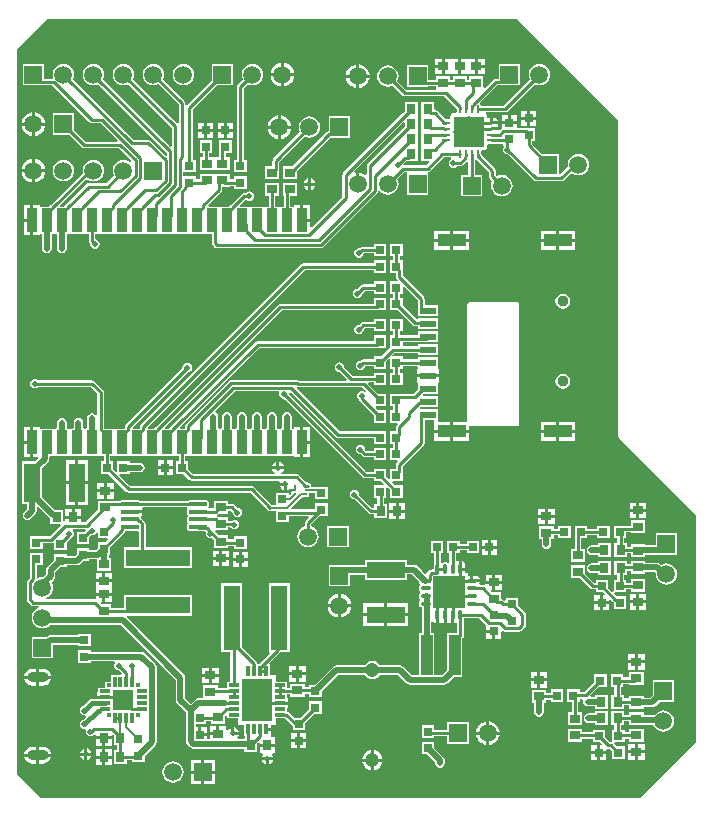
<source format=gtl>
G04*
G04 #@! TF.GenerationSoftware,Altium Limited,Altium Designer,19.1.8 (144)*
G04*
G04 Layer_Physical_Order=1*
G04 Layer_Color=255*
%FSLAX25Y25*%
%MOIN*%
G70*
G01*
G75*
%ADD16C,0.01000*%
%ADD20R,0.03200X0.01200*%
%ADD21R,0.01200X0.03200*%
%ADD22R,0.10400X0.14400*%
%ADD23R,0.05512X0.12992*%
%ADD24R,0.03000X0.03000*%
%ADD25R,0.03543X0.03150*%
%ADD26R,0.03000X0.03000*%
%ADD27R,0.03150X0.03543*%
%ADD28R,0.05512X0.02441*%
%ADD29R,0.09449X0.04331*%
G04:AMPARAMS|DCode=30|XSize=9.84mil|YSize=23.62mil|CornerRadius=1.97mil|HoleSize=0mil|Usage=FLASHONLY|Rotation=90.000|XOffset=0mil|YOffset=0mil|HoleType=Round|Shape=RoundedRectangle|*
%AMROUNDEDRECTD30*
21,1,0.00984,0.01968,0,0,90.0*
21,1,0.00591,0.02362,0,0,90.0*
1,1,0.00394,0.00984,0.00295*
1,1,0.00394,0.00984,-0.00295*
1,1,0.00394,-0.00984,-0.00295*
1,1,0.00394,-0.00984,0.00295*
%
%ADD30ROUNDEDRECTD30*%
G04:AMPARAMS|DCode=31|XSize=9.84mil|YSize=23.62mil|CornerRadius=1.97mil|HoleSize=0mil|Usage=FLASHONLY|Rotation=0.000|XOffset=0mil|YOffset=0mil|HoleType=Round|Shape=RoundedRectangle|*
%AMROUNDEDRECTD31*
21,1,0.00984,0.01968,0,0,0.0*
21,1,0.00591,0.02362,0,0,0.0*
1,1,0.00394,0.00295,-0.00984*
1,1,0.00394,-0.00295,-0.00984*
1,1,0.00394,-0.00295,0.00984*
1,1,0.00394,0.00295,0.00984*
%
%ADD31ROUNDEDRECTD31*%
%ADD32R,0.00787X0.00787*%
%ADD33R,0.03543X0.01181*%
%ADD34R,0.01181X0.03543*%
%ADD35R,0.01181X0.01181*%
%ADD36R,0.05630X0.21654*%
%ADD37R,0.12992X0.05512*%
G04:AMPARAMS|DCode=38|XSize=33.07mil|YSize=12.6mil|CornerRadius=1.58mil|HoleSize=0mil|Usage=FLASHONLY|Rotation=0.000|XOffset=0mil|YOffset=0mil|HoleType=Round|Shape=RoundedRectangle|*
%AMROUNDEDRECTD38*
21,1,0.03307,0.00945,0,0,0.0*
21,1,0.02992,0.01260,0,0,0.0*
1,1,0.00315,0.01496,-0.00472*
1,1,0.00315,-0.01496,-0.00472*
1,1,0.00315,-0.01496,0.00472*
1,1,0.00315,0.01496,0.00472*
%
%ADD38ROUNDEDRECTD38*%
G04:AMPARAMS|DCode=39|XSize=33.07mil|YSize=12.6mil|CornerRadius=1.58mil|HoleSize=0mil|Usage=FLASHONLY|Rotation=90.000|XOffset=0mil|YOffset=0mil|HoleType=Round|Shape=RoundedRectangle|*
%AMROUNDEDRECTD39*
21,1,0.03307,0.00945,0,0,90.0*
21,1,0.02992,0.01260,0,0,90.0*
1,1,0.00315,0.00472,0.01496*
1,1,0.00315,0.00472,-0.01496*
1,1,0.00315,-0.00472,-0.01496*
1,1,0.00315,-0.00472,0.01496*
%
%ADD39ROUNDEDRECTD39*%
%ADD40R,0.03858X0.13386*%
%ADD41R,0.21654X0.05630*%
G04:AMPARAMS|DCode=42|XSize=61.42mil|YSize=16.14mil|CornerRadius=4.04mil|HoleSize=0mil|Usage=FLASHONLY|Rotation=180.000|XOffset=0mil|YOffset=0mil|HoleType=Round|Shape=RoundedRectangle|*
%AMROUNDEDRECTD42*
21,1,0.06142,0.00807,0,0,180.0*
21,1,0.05335,0.01614,0,0,180.0*
1,1,0.00807,-0.02667,0.00404*
1,1,0.00807,0.02667,0.00404*
1,1,0.00807,0.02667,-0.00404*
1,1,0.00807,-0.02667,-0.00404*
%
%ADD42ROUNDEDRECTD42*%
%ADD43R,0.03543X0.07874*%
%ADD58R,0.07087X0.07087*%
G04:AMPARAMS|DCode=73|XSize=102.36mil|YSize=102.36mil|CornerRadius=2.05mil|HoleSize=0mil|Usage=FLASHONLY|Rotation=0.000|XOffset=0mil|YOffset=0mil|HoleType=Round|Shape=RoundedRectangle|*
%AMROUNDEDRECTD73*
21,1,0.10236,0.09827,0,0,0.0*
21,1,0.09827,0.10236,0,0,0.0*
1,1,0.00409,0.04913,-0.04913*
1,1,0.00409,-0.04913,-0.04913*
1,1,0.00409,-0.04913,0.04913*
1,1,0.00409,0.04913,0.04913*
%
%ADD73ROUNDEDRECTD73*%
%ADD74R,0.10630X0.10630*%
%ADD75C,0.01968*%
%ADD76C,0.00591*%
%ADD77C,0.01500*%
%ADD78R,0.05906X0.05906*%
%ADD79C,0.05906*%
%ADD80C,0.03740*%
%ADD81R,0.05906X0.05906*%
%ADD82C,0.01968*%
%ADD83O,0.07087X0.03543*%
%ADD84C,0.04724*%
G36*
X267578Y360480D02*
X290279Y337779D01*
X298279Y329779D01*
X301481Y326578D01*
Y221500D01*
X301558Y221110D01*
X301779Y220779D01*
X327481Y195078D01*
X327481Y119422D01*
X309078Y101020D01*
X108904D01*
X101020Y108440D01*
Y350578D01*
X110922Y360480D01*
X267578Y360480D01*
D02*
G37*
%LPC*%
G36*
X256906Y347331D02*
X254634D01*
Y345256D01*
X256906D01*
Y347331D01*
D02*
G37*
G36*
X242634D02*
X240362D01*
Y345256D01*
X242634D01*
Y347331D01*
D02*
G37*
G36*
X190000Y345921D02*
Y342500D01*
X193421D01*
X193351Y343032D01*
X192953Y343993D01*
X192319Y344819D01*
X191493Y345453D01*
X190532Y345851D01*
X190000Y345921D01*
D02*
G37*
G36*
X189000D02*
X188468Y345851D01*
X187507Y345453D01*
X186681Y344819D01*
X186047Y343993D01*
X185649Y343032D01*
X185579Y342500D01*
X189000D01*
Y345921D01*
D02*
G37*
G36*
X256906Y344256D02*
X254634D01*
Y342181D01*
X256906D01*
Y344256D01*
D02*
G37*
G36*
X253634Y347331D02*
X249134D01*
Y344756D01*
Y342181D01*
X253634D01*
Y344756D01*
Y347331D01*
D02*
G37*
G36*
X248134D02*
X243634D01*
Y344756D01*
Y342181D01*
X248134D01*
Y344756D01*
Y347331D01*
D02*
G37*
G36*
X242634Y344256D02*
X240362D01*
Y342181D01*
X242634D01*
Y344256D01*
D02*
G37*
G36*
X215134Y345421D02*
Y342000D01*
X218555D01*
X218485Y342532D01*
X218087Y343493D01*
X217453Y344319D01*
X216627Y344953D01*
X215666Y345351D01*
X215134Y345421D01*
D02*
G37*
G36*
X214134D02*
X213602Y345351D01*
X212640Y344953D01*
X211815Y344319D01*
X211181Y343493D01*
X210783Y342532D01*
X210713Y342000D01*
X214134D01*
Y345421D01*
D02*
G37*
G36*
X179500Y345574D02*
X178575Y345452D01*
X177713Y345095D01*
X176973Y344527D01*
X176405Y343787D01*
X176048Y342925D01*
X175926Y342000D01*
X176048Y341075D01*
X176328Y340400D01*
X174714Y338786D01*
X174473Y338425D01*
X174388Y338000D01*
X174388Y338000D01*
Y313591D01*
X173409D01*
Y309409D01*
X177591D01*
Y313591D01*
X176612D01*
Y337539D01*
X177900Y338827D01*
X178575Y338548D01*
X179500Y338426D01*
X180425Y338548D01*
X181287Y338905D01*
X182027Y339473D01*
X182595Y340213D01*
X182952Y341075D01*
X183074Y342000D01*
X182952Y342925D01*
X182595Y343787D01*
X182027Y344527D01*
X181287Y345095D01*
X180425Y345452D01*
X179500Y345574D01*
D02*
G37*
G36*
X156500D02*
X155575Y345452D01*
X154713Y345095D01*
X153973Y344527D01*
X153405Y343787D01*
X153048Y342925D01*
X152926Y342000D01*
X153048Y341075D01*
X153405Y340213D01*
X153973Y339473D01*
X154713Y338905D01*
X155575Y338548D01*
X156500Y338426D01*
X157425Y338548D01*
X158287Y338905D01*
X159027Y339473D01*
X159595Y340213D01*
X159952Y341075D01*
X160074Y342000D01*
X159952Y342925D01*
X159595Y343787D01*
X159027Y344527D01*
X158287Y345095D01*
X157425Y345452D01*
X156500Y345574D01*
D02*
G37*
G36*
X193421Y341500D02*
X190000D01*
Y338079D01*
X190532Y338149D01*
X191493Y338547D01*
X192319Y339181D01*
X192953Y340007D01*
X193351Y340968D01*
X193421Y341500D01*
D02*
G37*
G36*
X189000D02*
X185579D01*
X185649Y340968D01*
X186047Y340007D01*
X186681Y339181D01*
X187507Y338547D01*
X188468Y338149D01*
X189000Y338079D01*
Y341500D01*
D02*
G37*
G36*
X218555Y341000D02*
X215134D01*
Y337579D01*
X215666Y337649D01*
X216627Y338047D01*
X217453Y338681D01*
X218087Y339507D01*
X218485Y340468D01*
X218555Y341000D01*
D02*
G37*
G36*
X214134D02*
X210713D01*
X210783Y340468D01*
X211181Y339507D01*
X211815Y338681D01*
X212640Y338047D01*
X213602Y337649D01*
X214134Y337579D01*
Y341000D01*
D02*
G37*
G36*
X274134Y330000D02*
X272134D01*
Y328000D01*
X274134D01*
Y330000D01*
D02*
G37*
G36*
X271134D02*
X269134D01*
Y328000D01*
X271134D01*
Y330000D01*
D02*
G37*
G36*
X267634Y328500D02*
X265634D01*
Y326500D01*
X267634D01*
Y328500D01*
D02*
G37*
G36*
X264634D02*
X262634D01*
Y326500D01*
X264634D01*
Y328500D01*
D02*
G37*
G36*
X260098Y327468D02*
X259614D01*
Y326453D01*
X261278D01*
X261226Y326715D01*
X260961Y327111D01*
X260565Y327375D01*
X260098Y327468D01*
D02*
G37*
G36*
X107000Y329421D02*
Y326000D01*
X110421D01*
X110351Y326532D01*
X109953Y327493D01*
X109319Y328319D01*
X108493Y328953D01*
X107532Y329351D01*
X107000Y329421D01*
D02*
G37*
G36*
X106000D02*
X105468Y329351D01*
X104507Y328953D01*
X103681Y328319D01*
X103047Y327493D01*
X102649Y326532D01*
X102579Y326000D01*
X106000D01*
Y329421D01*
D02*
G37*
G36*
X146500Y345574D02*
X145575Y345452D01*
X144713Y345095D01*
X143973Y344527D01*
X143405Y343787D01*
X143048Y342925D01*
X142926Y342000D01*
X143048Y341075D01*
X143405Y340213D01*
X143973Y339473D01*
X144713Y338905D01*
X145575Y338548D01*
X146500Y338426D01*
X147425Y338548D01*
X148100Y338827D01*
X154888Y332039D01*
Y325865D01*
X154872Y325852D01*
X154388Y325684D01*
X139673Y340400D01*
X139952Y341075D01*
X140074Y342000D01*
X139952Y342925D01*
X139595Y343787D01*
X139027Y344527D01*
X138287Y345095D01*
X137425Y345452D01*
X136500Y345574D01*
X135575Y345452D01*
X134713Y345095D01*
X133973Y344527D01*
X133405Y343787D01*
X133048Y342925D01*
X132926Y342000D01*
X133048Y341075D01*
X133405Y340213D01*
X133973Y339473D01*
X134713Y338905D01*
X135575Y338548D01*
X136500Y338426D01*
X137425Y338548D01*
X138100Y338827D01*
X152612Y324315D01*
Y318113D01*
X152150Y317922D01*
X129673Y340400D01*
X129952Y341075D01*
X130074Y342000D01*
X129952Y342925D01*
X129595Y343787D01*
X129027Y344527D01*
X128287Y345095D01*
X127425Y345452D01*
X126500Y345574D01*
X125575Y345452D01*
X124713Y345095D01*
X123973Y344527D01*
X123405Y343787D01*
X123048Y342925D01*
X122926Y342000D01*
X123048Y341075D01*
X123405Y340213D01*
X123973Y339473D01*
X124713Y338905D01*
X125575Y338548D01*
X126500Y338426D01*
X127425Y338548D01*
X128100Y338827D01*
X151022Y315906D01*
Y315152D01*
X150560Y314960D01*
X145510Y320011D01*
X145149Y320252D01*
X144723Y320336D01*
X144723Y320336D01*
X139736D01*
X119673Y340400D01*
X119952Y341075D01*
X120074Y342000D01*
X119952Y342925D01*
X119595Y343787D01*
X119027Y344527D01*
X118287Y345095D01*
X117425Y345452D01*
X116500Y345574D01*
X115575Y345452D01*
X114713Y345095D01*
X113973Y344527D01*
X113405Y343787D01*
X113048Y342925D01*
X112926Y342000D01*
X113037Y341159D01*
X112904Y340859D01*
X112770Y340659D01*
X110043D01*
Y345543D01*
X102957D01*
Y338457D01*
X108845D01*
X108953Y338435D01*
X108953Y338435D01*
X112774D01*
X125164Y326045D01*
X125164Y326045D01*
X125525Y325804D01*
X125951Y325719D01*
X125951Y325719D01*
X128957D01*
X134579Y320097D01*
X134388Y319636D01*
X123937D01*
X120043Y323529D01*
Y329043D01*
X112957D01*
Y321957D01*
X118471D01*
X122690Y317737D01*
X122690Y317737D01*
X123051Y317496D01*
X123476Y317412D01*
X123476Y317412D01*
X135016D01*
X139219Y313209D01*
X139177Y313043D01*
X138611Y312846D01*
X138287Y313095D01*
X137425Y313452D01*
X136500Y313574D01*
X135575Y313452D01*
X134713Y313095D01*
X133973Y312527D01*
X133405Y311787D01*
X133048Y310925D01*
X132926Y310000D01*
X133048Y309075D01*
X133327Y308400D01*
X130737Y305809D01*
X124947D01*
X124521Y305725D01*
X124160Y305484D01*
X124160Y305484D01*
X117351Y298675D01*
X117179Y298417D01*
X116790Y298028D01*
X115502D01*
X115311Y298489D01*
X124155Y307333D01*
X124713Y306905D01*
X125575Y306548D01*
X126500Y306426D01*
X127425Y306548D01*
X128287Y306905D01*
X129027Y307473D01*
X129595Y308213D01*
X129952Y309075D01*
X130074Y310000D01*
X129952Y310925D01*
X129595Y311787D01*
X129027Y312527D01*
X128287Y313095D01*
X127425Y313452D01*
X126500Y313574D01*
X125575Y313452D01*
X124713Y313095D01*
X123973Y312527D01*
X123405Y311787D01*
X123048Y310925D01*
X122926Y310000D01*
X123013Y309337D01*
X112352Y298675D01*
X112179Y298417D01*
X111790Y298028D01*
X108772D01*
Y298437D01*
X106500D01*
Y293500D01*
Y288563D01*
X108772D01*
Y288972D01*
X109394D01*
Y284000D01*
X109517Y283385D01*
X109865Y282865D01*
X110386Y282517D01*
X111000Y282394D01*
X111615Y282517D01*
X112135Y282865D01*
X112483Y283385D01*
X112606Y284000D01*
Y288972D01*
X113138D01*
X113362Y288972D01*
Y288972D01*
X113638D01*
Y288972D01*
X114394D01*
Y284000D01*
X114517Y283385D01*
X114865Y282865D01*
X115385Y282517D01*
X116000Y282394D01*
X116614Y282517D01*
X117135Y282865D01*
X117483Y283385D01*
X117606Y284000D01*
Y288972D01*
X118138D01*
X118362Y288972D01*
Y288972D01*
X118638D01*
Y288972D01*
X123138D01*
X123362Y288972D01*
Y288972D01*
X123638D01*
Y288972D01*
X124888D01*
Y286500D01*
X124888Y286500D01*
X124973Y286074D01*
X125214Y285714D01*
X125400Y285528D01*
X125394Y285500D01*
X125517Y284886D01*
X125865Y284365D01*
X126385Y284017D01*
X127000Y283894D01*
X127614Y284017D01*
X128135Y284365D01*
X128483Y284886D01*
X128606Y285500D01*
X128483Y286115D01*
X128135Y286635D01*
X127614Y286983D01*
X127112Y287083D01*
Y288972D01*
X128362D01*
Y288972D01*
X128638D01*
Y288972D01*
X133138D01*
X133362Y288972D01*
Y288972D01*
X133638D01*
Y288972D01*
X138138D01*
X138362Y288972D01*
Y288972D01*
X138638D01*
Y288972D01*
X143138D01*
X143362Y288972D01*
Y288972D01*
X143638D01*
Y288972D01*
X148138D01*
X148362Y288972D01*
Y288972D01*
X148638D01*
Y288972D01*
X153138D01*
X153362Y288972D01*
Y288972D01*
X153638D01*
Y288972D01*
X158138D01*
X158500Y288972D01*
X158862Y288972D01*
X163138D01*
X163362Y288972D01*
Y288972D01*
X163638D01*
Y288972D01*
X165888D01*
Y285877D01*
X165888Y285877D01*
X165973Y285452D01*
X166214Y285091D01*
X166799Y284505D01*
X166799Y284505D01*
X167160Y284264D01*
X167586Y284179D01*
X202393D01*
X202393Y284179D01*
X202818Y284264D01*
X203179Y284505D01*
X221054Y302380D01*
X221054Y302380D01*
X221295Y302741D01*
X221369Y303113D01*
X221519Y303195D01*
X221880Y303269D01*
X222107Y302973D01*
X222847Y302405D01*
X223709Y302048D01*
X224634Y301926D01*
X225559Y302048D01*
X226421Y302405D01*
X227161Y302973D01*
X227729Y303713D01*
X228086Y304575D01*
X228208Y305500D01*
X228086Y306425D01*
X227806Y307100D01*
X230233Y309527D01*
X231050D01*
X231090Y309043D01*
X231091Y309027D01*
Y301957D01*
X238177D01*
Y309043D01*
X238050D01*
X238001Y309543D01*
X238343Y309611D01*
X238703Y309852D01*
X243259Y314408D01*
X245651D01*
X245772Y313908D01*
X245365Y313635D01*
X245017Y313115D01*
X244894Y312500D01*
X245017Y311885D01*
X245365Y311365D01*
X245885Y311017D01*
X246500Y310894D01*
X247114Y311017D01*
X247635Y311365D01*
X247651Y311388D01*
X248762D01*
X248762Y311388D01*
X249187Y311473D01*
X249548Y311714D01*
X251006Y313172D01*
X251190Y313149D01*
X251506Y312999D01*
Y308543D01*
X249091D01*
Y301457D01*
X256177D01*
Y308543D01*
X253730D01*
Y313408D01*
X253764Y313442D01*
X254230Y313631D01*
X258373Y309487D01*
Y308149D01*
X258373Y308149D01*
X258458Y307723D01*
X258699Y307362D01*
X259461Y306600D01*
X259182Y305925D01*
X259060Y305000D01*
X259182Y304075D01*
X259539Y303213D01*
X260107Y302473D01*
X260847Y301905D01*
X261709Y301548D01*
X262634Y301426D01*
X263559Y301548D01*
X264421Y301905D01*
X265161Y302473D01*
X265729Y303213D01*
X266086Y304075D01*
X266208Y305000D01*
X266086Y305925D01*
X265729Y306787D01*
X265161Y307527D01*
X264421Y308095D01*
X263559Y308452D01*
X262634Y308574D01*
X261709Y308452D01*
X261034Y308172D01*
X260597Y308609D01*
Y309948D01*
X260597Y309948D01*
X260513Y310373D01*
X260272Y310734D01*
X260272Y310734D01*
X255698Y315307D01*
Y315520D01*
X255685Y315589D01*
Y316504D01*
X256124Y316858D01*
X256547D01*
X257017Y316952D01*
X257416Y317218D01*
X257682Y317617D01*
X257776Y318087D01*
Y318510D01*
X258130Y318949D01*
X259045D01*
X259114Y318935D01*
X263043D01*
Y318409D01*
X263043Y318409D01*
X263214Y317909D01*
X263017Y317615D01*
X262894Y317000D01*
X263017Y316386D01*
X263365Y315865D01*
X263885Y315517D01*
X264500Y315394D01*
X264528Y315400D01*
X273214Y306714D01*
X273574Y306473D01*
X274000Y306388D01*
X274000Y306388D01*
X282500D01*
X282500Y306388D01*
X282926Y306473D01*
X283286Y306714D01*
X285855Y309282D01*
X286347Y308905D01*
X287209Y308548D01*
X288134Y308426D01*
X289059Y308548D01*
X289921Y308905D01*
X290661Y309473D01*
X291229Y310213D01*
X291586Y311075D01*
X291708Y312000D01*
X291586Y312925D01*
X291229Y313787D01*
X290661Y314527D01*
X289921Y315095D01*
X289059Y315452D01*
X288134Y315574D01*
X287209Y315452D01*
X286347Y315095D01*
X285607Y314527D01*
X285039Y313787D01*
X284682Y312925D01*
X284560Y312000D01*
X284661Y311233D01*
X282177Y308750D01*
X281677Y308945D01*
Y315543D01*
X276163D01*
X272746Y318961D01*
Y319909D01*
X273724D01*
Y324091D01*
X271010D01*
X270969Y324118D01*
X270543Y324202D01*
X270543Y324202D01*
X267634D01*
Y325500D01*
X265134D01*
X262634D01*
Y324036D01*
X262396Y323877D01*
X262396Y323877D01*
X261971Y323451D01*
X261764Y323481D01*
X261757Y323484D01*
X259114D01*
Y324484D01*
X261278D01*
X261226Y324746D01*
X261077Y324969D01*
X261226Y325190D01*
X261278Y325453D01*
X259114D01*
Y325953D01*
X258614D01*
Y327468D01*
X258130D01*
X257776Y327759D01*
Y327913D01*
X257682Y328383D01*
X257416Y328782D01*
X257286Y328868D01*
X257438Y329368D01*
X263614D01*
X263614Y329368D01*
X264040Y329453D01*
X264400Y329694D01*
X273534Y338827D01*
X274209Y338548D01*
X275134Y338426D01*
X276059Y338548D01*
X276921Y338905D01*
X277661Y339473D01*
X278229Y340213D01*
X278586Y341075D01*
X278708Y342000D01*
X278586Y342925D01*
X278229Y343787D01*
X277661Y344527D01*
X276921Y345095D01*
X276059Y345452D01*
X275134Y345574D01*
X274209Y345452D01*
X273347Y345095D01*
X272607Y344527D01*
X272039Y343787D01*
X271682Y342925D01*
X271560Y342000D01*
X271682Y341075D01*
X271961Y340400D01*
X263154Y331592D01*
X255659D01*
X255624Y331772D01*
X255450Y332032D01*
X255371Y332085D01*
X255259Y332599D01*
X255277Y332699D01*
X261014Y338435D01*
X262681D01*
X262681Y338435D01*
X262789Y338457D01*
X268677D01*
Y345543D01*
X261591D01*
Y340659D01*
X260553D01*
X260128Y340575D01*
X259767Y340334D01*
X259767Y340333D01*
X256996Y337562D01*
X256496Y337770D01*
Y341409D01*
X251772D01*
Y340356D01*
X250996D01*
Y341409D01*
X246272D01*
Y340356D01*
X245496D01*
Y341409D01*
X240772D01*
Y340356D01*
X238177D01*
Y345043D01*
X231091D01*
Y337957D01*
X238177D01*
Y338132D01*
X240772D01*
Y337079D01*
X240315Y336973D01*
X230733D01*
X227806Y339900D01*
X228086Y340575D01*
X228208Y341500D01*
X228086Y342425D01*
X227729Y343287D01*
X227161Y344027D01*
X226421Y344595D01*
X225559Y344952D01*
X224634Y345074D01*
X223709Y344952D01*
X222847Y344595D01*
X222107Y344027D01*
X221539Y343287D01*
X221182Y342425D01*
X221060Y341500D01*
X221182Y340575D01*
X221539Y339713D01*
X222107Y338973D01*
X222847Y338405D01*
X223709Y338048D01*
X224634Y337926D01*
X225559Y338048D01*
X226234Y338328D01*
X229486Y335075D01*
X229486Y335075D01*
X229847Y334834D01*
X230273Y334750D01*
X243513D01*
X247569Y330693D01*
Y330480D01*
X247583Y330411D01*
Y329496D01*
X247144Y329142D01*
X246721D01*
X246250Y329048D01*
X245852Y328782D01*
X245586Y328383D01*
X245492Y327913D01*
Y327490D01*
X245138Y327051D01*
X244223D01*
X244153Y327065D01*
X243941D01*
X240991Y330015D01*
X240630Y330256D01*
X240205Y330340D01*
X240055Y330796D01*
Y332862D01*
X235724D01*
Y328362D01*
X235724Y328138D01*
X235724D01*
Y327862D01*
X235724D01*
Y323138D01*
X235724D01*
Y322862D01*
X235724D01*
Y318138D01*
X235724Y318138D01*
Y317862D01*
X235724D01*
X235724Y317638D01*
Y313138D01*
X238191D01*
X238382Y312676D01*
X237456Y311751D01*
X230066D01*
X230020Y311775D01*
X229823Y312250D01*
X230689Y313116D01*
X231303D01*
X231303Y313116D01*
X231411Y313138D01*
X234543D01*
Y317862D01*
X234543Y317862D01*
Y318138D01*
X234543D01*
X234543Y318362D01*
Y322862D01*
X234543Y322862D01*
Y323138D01*
X234543D01*
X234543Y323362D01*
Y327862D01*
X234543Y327862D01*
Y328138D01*
X234543D01*
X234543Y328362D01*
Y332862D01*
X230213D01*
Y329710D01*
X229823Y329321D01*
X229565Y329148D01*
X209804Y309388D01*
X209563Y309027D01*
X209479Y308601D01*
X209479Y308601D01*
Y301300D01*
X199234Y291055D01*
X198772Y291247D01*
Y293000D01*
X196000D01*
Y293500D01*
X195500D01*
Y298437D01*
X193228D01*
Y298028D01*
X192112D01*
Y301579D01*
X194362D01*
Y305909D01*
X189638D01*
Y301579D01*
X189888D01*
Y298028D01*
X188638D01*
Y298028D01*
X188362D01*
Y298028D01*
X187112D01*
Y301579D01*
X188362D01*
Y305909D01*
X183638D01*
Y301579D01*
X184888D01*
Y298028D01*
X183638D01*
X183638Y298028D01*
X183362D01*
Y298028D01*
X183138Y298028D01*
X178638D01*
X178638Y298028D01*
X178362D01*
Y298028D01*
X178138Y298028D01*
X175502D01*
X175311Y298489D01*
X176933Y300111D01*
X177365Y300365D01*
X177885Y300017D01*
X178500Y299894D01*
X179114Y300017D01*
X179635Y300365D01*
X179983Y300886D01*
X180106Y301500D01*
X179983Y302115D01*
X179635Y302635D01*
X179114Y302983D01*
X178500Y303106D01*
X177885Y302983D01*
X177365Y302635D01*
X177349Y302612D01*
X176749D01*
X176749Y302612D01*
X176324Y302527D01*
X175963Y302286D01*
X175963Y302286D01*
X172352Y298675D01*
X172179Y298417D01*
X171790Y298028D01*
X168638D01*
Y298028D01*
X168362D01*
Y298028D01*
X164866D01*
X164659Y298528D01*
X169015Y302883D01*
X169256Y303244D01*
X169340Y303669D01*
X169340Y303669D01*
Y304579D01*
X171862D01*
Y304888D01*
X173409D01*
Y303909D01*
X177591D01*
Y308090D01*
X173409D01*
Y307112D01*
X171862D01*
Y308909D01*
X167362D01*
X167000Y308910D01*
X166638Y308909D01*
X162138D01*
Y307112D01*
X160591D01*
Y308090D01*
X156427D01*
Y309409D01*
X160591D01*
Y313591D01*
X159612D01*
Y330539D01*
X167529Y338457D01*
X173043D01*
Y345543D01*
X165957D01*
Y340029D01*
X157714Y331786D01*
X157612Y331634D01*
X157112Y331785D01*
Y332500D01*
X157112Y332500D01*
X157027Y332926D01*
X156786Y333286D01*
X149672Y340400D01*
X149952Y341075D01*
X150074Y342000D01*
X149952Y342925D01*
X149595Y343787D01*
X149027Y344527D01*
X148287Y345095D01*
X147425Y345452D01*
X146500Y345574D01*
D02*
G37*
G36*
X189000Y328421D02*
Y325000D01*
X192421D01*
X192351Y325532D01*
X191953Y326493D01*
X191319Y327319D01*
X190493Y327953D01*
X189532Y328351D01*
X189000Y328421D01*
D02*
G37*
G36*
X188000D02*
X187468Y328351D01*
X186507Y327953D01*
X185681Y327319D01*
X185047Y326493D01*
X184649Y325532D01*
X184579Y325000D01*
X188000D01*
Y328421D01*
D02*
G37*
G36*
X274134Y327000D02*
X272134D01*
Y325000D01*
X274134D01*
Y327000D01*
D02*
G37*
G36*
X271134D02*
X269134D01*
Y325000D01*
X271134D01*
Y327000D01*
D02*
G37*
G36*
X173000Y326000D02*
X171000D01*
Y324000D01*
X173000D01*
Y326000D01*
D02*
G37*
G36*
X166500D02*
X164500D01*
Y324000D01*
X166500D01*
Y326000D01*
D02*
G37*
G36*
X163500D02*
X161500D01*
Y324000D01*
X163500D01*
Y326000D01*
D02*
G37*
G36*
X170000D02*
X168000D01*
Y324000D01*
X170000D01*
Y326000D01*
D02*
G37*
G36*
X110421Y325000D02*
X107000D01*
Y321579D01*
X107532Y321649D01*
X108493Y322047D01*
X109319Y322681D01*
X109953Y323507D01*
X110351Y324468D01*
X110421Y325000D01*
D02*
G37*
G36*
X106000D02*
X102579D01*
X102649Y324468D01*
X103047Y323507D01*
X103681Y322681D01*
X104507Y322047D01*
X105468Y321649D01*
X106000Y321579D01*
Y325000D01*
D02*
G37*
G36*
X173000Y323000D02*
X171000D01*
Y321000D01*
X173000D01*
Y323000D01*
D02*
G37*
G36*
X170000D02*
X168000D01*
Y321000D01*
X170000D01*
Y323000D01*
D02*
G37*
G36*
X166500D02*
X164500D01*
Y321000D01*
X166500D01*
Y323000D01*
D02*
G37*
G36*
X163500D02*
X161500D01*
Y321000D01*
X163500D01*
Y323000D01*
D02*
G37*
G36*
X212043Y328043D02*
X204957D01*
Y323153D01*
X204563Y323075D01*
X204202Y322833D01*
X204202Y322833D01*
X192790Y311421D01*
X189638D01*
Y307090D01*
X194362D01*
Y309849D01*
X205449Y320935D01*
X206047D01*
X206047Y320935D01*
X206155Y320957D01*
X212043D01*
Y328043D01*
D02*
G37*
G36*
X198500Y328074D02*
X197575Y327952D01*
X196713Y327595D01*
X195973Y327027D01*
X195405Y326287D01*
X195048Y325425D01*
X194926Y324500D01*
X195048Y323575D01*
X195327Y322900D01*
X186485Y314058D01*
X186244Y313697D01*
X186160Y313272D01*
X186160Y313272D01*
Y311421D01*
X183638D01*
Y307090D01*
X188362D01*
Y310223D01*
X188384Y310331D01*
Y312811D01*
X196900Y321327D01*
X197575Y321048D01*
X198500Y320926D01*
X199425Y321048D01*
X200287Y321405D01*
X201027Y321973D01*
X201595Y322713D01*
X201952Y323575D01*
X202074Y324500D01*
X201952Y325425D01*
X201595Y326287D01*
X201027Y327027D01*
X200287Y327595D01*
X199425Y327952D01*
X198500Y328074D01*
D02*
G37*
G36*
X192421Y324000D02*
X189000D01*
Y320579D01*
X189532Y320649D01*
X190493Y321047D01*
X191319Y321681D01*
X191953Y322507D01*
X192351Y323468D01*
X192421Y324000D01*
D02*
G37*
G36*
X188000D02*
X184579D01*
X184649Y323468D01*
X185047Y322507D01*
X185681Y321681D01*
X186507Y321047D01*
X187468Y320649D01*
X188000Y320579D01*
Y324000D01*
D02*
G37*
G36*
X172591Y320091D02*
X168409D01*
Y317107D01*
X168388Y317000D01*
X168388Y317000D01*
Y314775D01*
X168035Y314421D01*
X167000Y314421D01*
X166638Y314421D01*
X165112D01*
Y315910D01*
X166091D01*
Y320091D01*
X161909D01*
Y315910D01*
X162888D01*
Y314421D01*
X162138D01*
Y310090D01*
X166638D01*
X167000Y310090D01*
X167362Y310090D01*
X171862D01*
Y314421D01*
X170612D01*
Y315910D01*
X172591D01*
Y320091D01*
D02*
G37*
G36*
X107000Y313921D02*
Y310500D01*
X110421D01*
X110351Y311032D01*
X109953Y311993D01*
X109319Y312819D01*
X108493Y313453D01*
X107532Y313851D01*
X107000Y313921D01*
D02*
G37*
G36*
X106000D02*
X105468Y313851D01*
X104507Y313453D01*
X103681Y312819D01*
X103047Y311993D01*
X102649Y311032D01*
X102579Y310500D01*
X106000D01*
Y313921D01*
D02*
G37*
G36*
X116500Y313574D02*
X115575Y313452D01*
X114713Y313095D01*
X113973Y312527D01*
X113405Y311787D01*
X113048Y310925D01*
X112926Y310000D01*
X113048Y309075D01*
X113405Y308213D01*
X113973Y307473D01*
X114713Y306905D01*
X115575Y306548D01*
X116500Y306426D01*
X117425Y306548D01*
X118287Y306905D01*
X119027Y307473D01*
X119595Y308213D01*
X119952Y309075D01*
X120074Y310000D01*
X119952Y310925D01*
X119595Y311787D01*
X119027Y312527D01*
X118287Y313095D01*
X117425Y313452D01*
X116500Y313574D01*
D02*
G37*
G36*
X110421Y309500D02*
X107000D01*
Y306079D01*
X107532Y306149D01*
X108493Y306547D01*
X109319Y307181D01*
X109953Y308007D01*
X110351Y308968D01*
X110421Y309500D01*
D02*
G37*
G36*
X106000D02*
X102579D01*
X102649Y308968D01*
X103047Y308007D01*
X103681Y307181D01*
X104507Y306547D01*
X105468Y306149D01*
X106000Y306079D01*
Y309500D01*
D02*
G37*
G36*
X199000Y307424D02*
Y306000D01*
X200424D01*
X200369Y306274D01*
X199931Y306931D01*
X199274Y307369D01*
X199000Y307424D01*
D02*
G37*
G36*
X198000D02*
X197726Y307369D01*
X197069Y306931D01*
X196631Y306274D01*
X196576Y306000D01*
X198000D01*
Y307424D01*
D02*
G37*
G36*
X200424Y305000D02*
X199000D01*
Y303576D01*
X199274Y303631D01*
X199931Y304069D01*
X200369Y304726D01*
X200424Y305000D01*
D02*
G37*
G36*
X198000D02*
X196576D01*
X196631Y304726D01*
X197069Y304069D01*
X197726Y303631D01*
X198000Y303576D01*
Y305000D01*
D02*
G37*
G36*
X198772Y298437D02*
X196500D01*
Y294000D01*
X198772D01*
Y298437D01*
D02*
G37*
G36*
X105500D02*
X103228D01*
Y294000D01*
X105500D01*
Y298437D01*
D02*
G37*
G36*
Y293000D02*
X103228D01*
Y288563D01*
X105500D01*
Y293000D01*
D02*
G37*
G36*
X287071Y289941D02*
X281846D01*
Y287276D01*
X287071D01*
Y289941D01*
D02*
G37*
G36*
X280847D02*
X275622D01*
Y287276D01*
X280847D01*
Y289941D01*
D02*
G37*
G36*
X251638D02*
X246413D01*
Y287276D01*
X251638D01*
Y289941D01*
D02*
G37*
G36*
X245413D02*
X240189D01*
Y287276D01*
X245413D01*
Y289941D01*
D02*
G37*
G36*
X224091Y285591D02*
X219910D01*
Y284612D01*
X216000D01*
X215575Y284527D01*
X215214Y284286D01*
X215214Y284286D01*
X215028Y284100D01*
X215000Y284106D01*
X214386Y283983D01*
X213865Y283635D01*
X213517Y283115D01*
X213394Y282500D01*
X213517Y281886D01*
X213865Y281365D01*
X214386Y281017D01*
X215000Y280894D01*
X215615Y281017D01*
X216135Y281365D01*
X216483Y281886D01*
X216583Y282388D01*
X219910D01*
Y281410D01*
X224091D01*
Y285591D01*
D02*
G37*
G36*
X287071Y286276D02*
X281846D01*
Y283610D01*
X287071D01*
Y286276D01*
D02*
G37*
G36*
X280847D02*
X275622D01*
Y283610D01*
X280847D01*
Y286276D01*
D02*
G37*
G36*
X251638Y286276D02*
X246413D01*
Y283610D01*
X251638D01*
Y286276D01*
D02*
G37*
G36*
X245413D02*
X240189D01*
Y283610D01*
X245413D01*
Y286276D01*
D02*
G37*
G36*
X224091Y280090D02*
X219910D01*
Y279112D01*
X196500D01*
X196074Y279027D01*
X195714Y278786D01*
X142351Y225424D01*
X142111Y225063D01*
X142026Y224638D01*
X142026Y224638D01*
Y224264D01*
X141790Y224028D01*
X139807D01*
X139600Y224528D01*
X157722Y242650D01*
X157750Y242644D01*
X158364Y242767D01*
X158885Y243115D01*
X159233Y243636D01*
X159356Y244250D01*
X159233Y244865D01*
X158885Y245385D01*
X158364Y245733D01*
X157750Y245856D01*
X157135Y245733D01*
X156615Y245385D01*
X156267Y244865D01*
X156144Y244250D01*
X156150Y244222D01*
X137352Y225424D01*
X137110Y225063D01*
X137026Y224638D01*
X137026Y224638D01*
Y224264D01*
X136790Y224028D01*
X133638D01*
Y224028D01*
X133362D01*
Y224028D01*
X130210D01*
X129974Y224264D01*
Y236138D01*
X129974Y236138D01*
X129890Y236563D01*
X129648Y236924D01*
X129648Y236924D01*
X126786Y239786D01*
X126426Y240027D01*
X126000Y240112D01*
X126000Y240112D01*
X108151D01*
X108135Y240135D01*
X107615Y240483D01*
X107000Y240606D01*
X106386Y240483D01*
X105865Y240135D01*
X105517Y239615D01*
X105394Y239000D01*
X105517Y238386D01*
X105865Y237865D01*
X106386Y237517D01*
X107000Y237394D01*
X107615Y237517D01*
X108135Y237865D01*
X108151Y237888D01*
X125539D01*
X127750Y235677D01*
Y228615D01*
X127250Y228463D01*
X127135Y228635D01*
X126614Y228983D01*
X126000Y229106D01*
X125385Y228983D01*
X124865Y228635D01*
X124517Y228115D01*
X124394Y227500D01*
Y224381D01*
X124041Y224028D01*
X123459Y224028D01*
X123106Y224381D01*
Y226000D01*
X122983Y226614D01*
X122635Y227135D01*
X122115Y227483D01*
X121500Y227606D01*
X120886Y227483D01*
X120365Y227135D01*
X120017Y226614D01*
X119894Y226000D01*
Y224381D01*
X119541Y224028D01*
X118500Y224028D01*
X118138Y224028D01*
X117606D01*
Y226000D01*
X117483Y226614D01*
X117135Y227135D01*
X116614Y227483D01*
X116000Y227606D01*
X115385Y227483D01*
X114865Y227135D01*
X114517Y226614D01*
X114394Y226000D01*
Y224381D01*
X114041Y224028D01*
X113500Y224028D01*
X113138Y224028D01*
X108772D01*
Y224437D01*
X106500D01*
Y219500D01*
Y214563D01*
X107919D01*
X108110Y214101D01*
X107095Y213087D01*
X102673D01*
Y198913D01*
X104414D01*
Y197185D01*
X103365Y196135D01*
X103017Y195615D01*
X102894Y195000D01*
X103017Y194386D01*
X103365Y193865D01*
X103885Y193517D01*
X104500Y193394D01*
X105114Y193517D01*
X105635Y193865D01*
X107155Y195384D01*
X107155Y195384D01*
X107503Y195905D01*
X107625Y196520D01*
Y197730D01*
X108087Y197922D01*
X111857Y194152D01*
X112079Y194004D01*
Y192138D01*
X115370D01*
X115561Y191676D01*
X111997Y188112D01*
X108500D01*
X108393Y188091D01*
X105409D01*
Y183909D01*
X109591D01*
Y185888D01*
X112458D01*
X112458Y185888D01*
X112883Y185973D01*
X112909Y185990D01*
X113409Y185723D01*
Y183409D01*
X117591D01*
Y186018D01*
X119083Y187510D01*
X119114Y187517D01*
X119635Y187865D01*
X119983Y188385D01*
X120106Y189000D01*
X119983Y189614D01*
X119709Y190026D01*
X119842Y190409D01*
X119930Y190526D01*
X123746D01*
X123953Y190026D01*
X123518Y189591D01*
X120909D01*
Y185409D01*
X125091D01*
Y188018D01*
X125555Y188483D01*
X126000Y188394D01*
X126614Y188517D01*
X127135Y188865D01*
X127409Y189275D01*
X127909Y189159D01*
Y187409D01*
X131184D01*
X131375Y186948D01*
X130518Y186091D01*
X127909D01*
Y184180D01*
X127335Y183606D01*
X125091D01*
Y184091D01*
X120909D01*
Y182180D01*
X120335Y181606D01*
X117591D01*
Y182091D01*
X113409D01*
Y180180D01*
X111065Y177836D01*
X110717Y177315D01*
X110595Y176700D01*
X110595Y176700D01*
Y175431D01*
X109710Y174546D01*
X109500Y174574D01*
X108575Y174452D01*
X108112Y174260D01*
X107612Y174594D01*
Y178409D01*
X109591D01*
Y182591D01*
X105409D01*
Y179607D01*
X105388Y179500D01*
X105388Y179500D01*
Y174254D01*
X104670Y173536D01*
X104429Y173176D01*
X104345Y172750D01*
X104345Y172750D01*
Y167043D01*
X104345Y167043D01*
X104429Y166618D01*
X104670Y166257D01*
X105714Y165214D01*
X105714Y165214D01*
X106075Y164973D01*
X106500Y164888D01*
X108321D01*
X108421Y164388D01*
X107713Y164095D01*
X106973Y163527D01*
X106405Y162787D01*
X106048Y161925D01*
X105926Y161000D01*
X106048Y160075D01*
X106405Y159213D01*
X106973Y158473D01*
X107713Y157905D01*
X108575Y157548D01*
X109500Y157426D01*
X110425Y157548D01*
X111287Y157905D01*
X112027Y158473D01*
X112039Y158489D01*
X135740D01*
X153894Y140335D01*
Y133500D01*
X153894Y133500D01*
X154017Y132886D01*
X154365Y132365D01*
X157320Y129410D01*
Y119848D01*
X157319Y119848D01*
X157442Y119233D01*
X157790Y118712D01*
X158712Y117790D01*
X158712Y117790D01*
X159233Y117442D01*
X159848Y117320D01*
X176760D01*
Y116138D01*
X181090D01*
Y119256D01*
X181405Y119511D01*
X181862Y119313D01*
Y119000D01*
X184437D01*
X187012D01*
Y121272D01*
X185600D01*
Y123300D01*
X184000D01*
Y124300D01*
X185600D01*
Y125300D01*
X187200D01*
Y127409D01*
X190451D01*
X192909Y124951D01*
Y123409D01*
X197091D01*
Y126018D01*
X199982Y128909D01*
X202591D01*
Y133091D01*
X198409D01*
Y130482D01*
X195518Y127591D01*
X193415D01*
X191620Y129386D01*
X191259Y129627D01*
X190891Y129701D01*
Y130900D01*
X191300D01*
Y132000D01*
X188700D01*
Y133000D01*
X191300D01*
Y134100D01*
X190891D01*
Y135388D01*
X192138D01*
Y134579D01*
X196862D01*
Y135632D01*
X198409D01*
Y134409D01*
X202591D01*
Y136320D01*
X208165Y141894D01*
X217010D01*
X217394Y141394D01*
X218011Y140921D01*
X218729Y140623D01*
X219500Y140522D01*
X220271Y140623D01*
X220989Y140921D01*
X221606Y141394D01*
X221990Y141894D01*
X227949D01*
X230747Y139097D01*
X230747Y139097D01*
X231268Y138749D01*
X231882Y138627D01*
X243496D01*
X243496Y138627D01*
X244110Y138749D01*
X244631Y139097D01*
X246751Y141217D01*
X249520D01*
Y154211D01*
X249625Y154316D01*
X249625Y154316D01*
X249866Y154677D01*
X249951Y155102D01*
Y159996D01*
X250016Y160094D01*
X250074Y160386D01*
Y160770D01*
X255115D01*
X257500Y158385D01*
Y157000D01*
X260000D01*
Y156500D01*
X260500D01*
Y154000D01*
X262500D01*
Y156299D01*
X262522Y156320D01*
X263000Y156521D01*
X263207Y156382D01*
X263633Y156298D01*
X268409D01*
X268409Y156298D01*
X268835Y156382D01*
X269196Y156623D01*
X270286Y157714D01*
X270527Y158074D01*
X270612Y158500D01*
Y162000D01*
X270612Y162000D01*
X270527Y162425D01*
X270286Y162786D01*
X270286Y162786D01*
X268091Y164982D01*
Y167591D01*
X263910D01*
Y166735D01*
X263409Y166663D01*
X263117Y166955D01*
X262756Y167197D01*
X262362Y167275D01*
Y169409D01*
X259244D01*
X258988Y169724D01*
X259187Y170181D01*
X259500D01*
Y172256D01*
X257228D01*
Y172051D01*
X256728Y171783D01*
X256693Y171807D01*
X256268Y171891D01*
X256268Y171891D01*
X255456D01*
X255189Y172391D01*
X255205Y172415D01*
X255289Y172839D01*
X252618D01*
Y173339D01*
X252118D01*
Y174991D01*
X251315D01*
Y175815D01*
X250491D01*
Y176618D01*
X248839D01*
Y177118D01*
X248339D01*
Y179789D01*
X247915Y179704D01*
X247891Y179689D01*
X247391Y179956D01*
Y182409D01*
X248590D01*
Y183388D01*
X250909D01*
Y182409D01*
X255090D01*
Y186591D01*
X250909D01*
Y185612D01*
X248590D01*
Y186591D01*
X244409D01*
Y182409D01*
X245168D01*
Y179402D01*
X244937Y179270D01*
X244668Y179197D01*
X244485Y179319D01*
X244193Y179377D01*
X243248D01*
X242956Y179319D01*
X242773Y179197D01*
X242504Y179270D01*
X242273Y179402D01*
Y182409D01*
X243091D01*
Y186591D01*
X238910D01*
Y182409D01*
X240050D01*
Y179004D01*
X239984Y178906D01*
X239926Y178614D01*
Y177076D01*
X239292D01*
X238867Y176992D01*
X238506Y176751D01*
X237749Y175994D01*
X237605Y175778D01*
X237038Y175638D01*
X236024Y176653D01*
X235976Y176724D01*
X234584Y178116D01*
X234063Y178464D01*
X233449Y178586D01*
X233449Y178586D01*
X231087D01*
Y180327D01*
X216913D01*
Y178574D01*
X210469D01*
X210313Y178543D01*
X204957D01*
Y171457D01*
X212043D01*
Y175363D01*
X216913D01*
Y173634D01*
X231087D01*
Y175375D01*
X232784D01*
X233658Y174501D01*
X233705Y174429D01*
X235123Y173012D01*
Y172866D01*
X235181Y172574D01*
X235347Y172327D01*
Y171791D01*
X235181Y171544D01*
X235123Y171252D01*
Y170307D01*
X235181Y170015D01*
X235347Y169768D01*
Y169232D01*
X235181Y168985D01*
X235123Y168693D01*
Y167748D01*
X235181Y167456D01*
X235347Y167209D01*
Y166673D01*
X235181Y166426D01*
X235123Y166134D01*
Y165189D01*
X235181Y164897D01*
X235347Y164650D01*
X235594Y164484D01*
X235886Y164426D01*
X235920D01*
Y155783D01*
X235150D01*
Y141838D01*
X232547D01*
X229750Y144635D01*
X229229Y144983D01*
X228614Y145106D01*
X228614Y145106D01*
X221990D01*
X221606Y145606D01*
X220989Y146079D01*
X220271Y146377D01*
X219500Y146478D01*
X218729Y146377D01*
X218011Y146079D01*
X217394Y145606D01*
X217010Y145106D01*
X207500D01*
X206886Y144983D01*
X206365Y144635D01*
X206365Y144635D01*
X200320Y138591D01*
X198409D01*
Y137856D01*
X196862D01*
Y138909D01*
X192138D01*
Y137612D01*
X190891D01*
Y139591D01*
X187200D01*
Y141700D01*
X185191D01*
Y145390D01*
X185191D01*
X185065Y145693D01*
X188739Y149366D01*
X188739Y149366D01*
X188883Y149583D01*
X191858D01*
Y172417D01*
X185047D01*
Y149583D01*
X185157D01*
X185348Y149121D01*
X181618Y145391D01*
X181404D01*
X181012Y145635D01*
X180927Y146061D01*
X180686Y146422D01*
X175953Y151155D01*
Y172417D01*
X169142D01*
Y149583D01*
X172188D01*
Y139591D01*
X171109D01*
Y137612D01*
X167862D01*
Y138409D01*
X163138D01*
Y134106D01*
X161351D01*
X161350Y134106D01*
X160736Y133983D01*
X160215Y133635D01*
X158925Y132345D01*
X157106Y134165D01*
Y141000D01*
X157106Y141000D01*
X156983Y141614D01*
X156635Y142135D01*
X156635Y142135D01*
X137582Y161189D01*
X137602Y161361D01*
X137754Y161689D01*
X159417D01*
Y168500D01*
X136583D01*
Y164356D01*
X132362D01*
Y165409D01*
X129244D01*
X128989Y165724D01*
X129187Y166181D01*
X129500D01*
Y168256D01*
X127228D01*
Y167261D01*
X127047Y167112D01*
X127047Y167112D01*
X110679D01*
X110580Y167612D01*
X111287Y167905D01*
X112027Y168473D01*
X112595Y169213D01*
X112952Y170075D01*
X113074Y171000D01*
X112952Y171925D01*
X112595Y172787D01*
X112550Y172845D01*
X113336Y173630D01*
X113684Y174151D01*
X113806Y174766D01*
X113806Y174766D01*
Y176035D01*
X115680Y177909D01*
X117591D01*
Y178394D01*
X121000D01*
X121000Y178394D01*
X121615Y178517D01*
X122135Y178865D01*
X123180Y179909D01*
X125091D01*
Y180394D01*
X127638D01*
Y176591D01*
X132362D01*
Y180921D01*
X131606D01*
Y181909D01*
X132091D01*
Y184518D01*
X136877Y189304D01*
X137118Y189665D01*
X137134Y189744D01*
X141329D01*
X141711Y189431D01*
Y184406D01*
X136583D01*
Y177594D01*
X159417D01*
Y184406D01*
X143935D01*
Y192184D01*
X143935Y192184D01*
X143850Y192609D01*
X143609Y192970D01*
X143609Y192970D01*
X142734Y193845D01*
X142373Y194086D01*
X142342Y194093D01*
Y194124D01*
X142265Y194512D01*
X142334Y194860D01*
X142341Y194864D01*
X142651Y195328D01*
X142741Y195780D01*
X138661D01*
Y196780D01*
X142741D01*
X142651Y197231D01*
X142921Y197727D01*
X157612D01*
X157833Y197240D01*
X157824Y197204D01*
X157735Y197071D01*
X157658Y196683D01*
Y195876D01*
X157735Y195488D01*
X157955Y195159D01*
Y194841D01*
X157735Y194512D01*
X157658Y194124D01*
Y193317D01*
X157735Y192929D01*
X157824Y192796D01*
X157914Y192441D01*
X157824Y192086D01*
X157735Y191953D01*
X157658Y191565D01*
Y190758D01*
X157735Y190370D01*
X157955Y190041D01*
X158283Y189822D01*
X158671Y189744D01*
X161636D01*
X161646Y189742D01*
X163603D01*
X163960Y189332D01*
X163894Y189000D01*
X164017Y188385D01*
X164365Y187865D01*
X164885Y187517D01*
X165500Y187394D01*
X165994Y187493D01*
X166638Y186849D01*
Y184091D01*
X171362D01*
Y184888D01*
X173409D01*
Y183909D01*
X177591D01*
Y188091D01*
X173409D01*
Y187112D01*
X171362D01*
Y188421D01*
X168210D01*
X167053Y189579D01*
X167247Y190079D01*
X171362D01*
Y191132D01*
X172186D01*
X172365Y190865D01*
X172886Y190517D01*
X173500Y190394D01*
X174115Y190517D01*
X174635Y190865D01*
X174983Y191385D01*
X175106Y192000D01*
X174983Y192614D01*
X174635Y193135D01*
X174115Y193483D01*
X173500Y193606D01*
X172886Y193483D01*
X172695Y193356D01*
X171362D01*
Y194409D01*
X168210D01*
X168113Y194507D01*
X167758Y194744D01*
X167752Y194777D01*
X167752Y195223D01*
X167758Y195256D01*
X168113Y195493D01*
X168210Y195591D01*
X171362D01*
Y196644D01*
X172283D01*
X172900Y196028D01*
X172894Y196000D01*
X173017Y195386D01*
X173365Y194865D01*
X173886Y194517D01*
X174500Y194394D01*
X175115Y194517D01*
X175635Y194865D01*
X175983Y195386D01*
X176106Y196000D01*
X175983Y196615D01*
X175635Y197135D01*
X175115Y197483D01*
X174500Y197606D01*
X174472Y197600D01*
X173530Y198542D01*
X173170Y198783D01*
X172744Y198868D01*
X172744Y198868D01*
X171362D01*
Y199921D01*
X166638D01*
Y197391D01*
X165065D01*
X164844Y197878D01*
X164853Y197914D01*
X164942Y198047D01*
X165020Y198435D01*
Y199242D01*
X164942Y199630D01*
X164723Y199959D01*
X164394Y200179D01*
X164006Y200256D01*
X158671D01*
X158283Y200179D01*
X157955Y199959D01*
X157949Y199951D01*
X142051D01*
X142045Y199959D01*
X141717Y200179D01*
X141329Y200256D01*
X135994D01*
X135606Y200179D01*
X135277Y199959D01*
X135259Y199931D01*
X131575D01*
X131467Y199909D01*
X128138D01*
Y197151D01*
X123736Y192750D01*
X122331D01*
Y194000D01*
X119756D01*
X117181D01*
Y193132D01*
X116878Y192970D01*
X116409Y193262D01*
Y196862D01*
X113809D01*
X113658Y196892D01*
X109366Y201184D01*
Y210816D01*
X111348Y212798D01*
X111696Y213319D01*
X111818Y213933D01*
X111818Y213933D01*
Y214619D01*
X112172Y214972D01*
X113500Y214972D01*
X113862Y214972D01*
X118138D01*
X118500Y214972D01*
X118862Y214972D01*
X123138D01*
X123500Y214972D01*
X123862Y214972D01*
X128362D01*
X128362Y214972D01*
X128638D01*
Y214972D01*
X128862Y214972D01*
X129888D01*
Y213090D01*
X128909D01*
Y208910D01*
X131518D01*
X137464Y202964D01*
X137464Y202964D01*
X137824Y202723D01*
X138250Y202638D01*
X138250Y202638D01*
X178789D01*
X184714Y196714D01*
X185074Y196473D01*
X185500Y196388D01*
X185925Y196473D01*
X186111Y196597D01*
X187409D01*
Y192909D01*
X191591D01*
Y194888D01*
X198162D01*
X198354Y194426D01*
X197214Y193286D01*
X196973Y192926D01*
X196888Y192500D01*
X196888Y192500D01*
Y191375D01*
X196213Y191095D01*
X195473Y190527D01*
X194905Y189787D01*
X194548Y188925D01*
X194426Y188000D01*
X194548Y187075D01*
X194905Y186213D01*
X195473Y185473D01*
X196213Y184905D01*
X197075Y184548D01*
X198000Y184426D01*
X198925Y184548D01*
X199787Y184905D01*
X200527Y185473D01*
X201095Y186213D01*
X201452Y187075D01*
X201574Y188000D01*
X201452Y188925D01*
X201095Y189787D01*
X200527Y190527D01*
X199787Y191095D01*
X199112Y191375D01*
Y192039D01*
X201982Y194909D01*
X204591D01*
Y199091D01*
X200409D01*
Y197112D01*
X192689D01*
X192498Y197574D01*
X195868Y200944D01*
X196287Y201138D01*
X198256D01*
Y202597D01*
X200409D01*
Y200409D01*
X204591D01*
Y204591D01*
X200409D01*
Y204403D01*
X199468D01*
X199093Y204903D01*
X199112Y205000D01*
X199027Y205426D01*
X198786Y205786D01*
X198425Y206027D01*
X198000Y206112D01*
X197461D01*
X195036Y208536D01*
X194676Y208777D01*
X194250Y208862D01*
X194250Y208862D01*
X189272D01*
X189120Y209362D01*
X189431Y209569D01*
X189869Y210226D01*
X189924Y210500D01*
X186076D01*
X186131Y210226D01*
X186569Y209569D01*
X186880Y209362D01*
X186728Y208862D01*
X159711D01*
X158091Y210482D01*
Y213090D01*
X157112D01*
Y214972D01*
X158138D01*
X158362Y214972D01*
Y214972D01*
X158638D01*
Y214972D01*
X163138D01*
X163362Y214972D01*
Y214972D01*
X163638D01*
Y214972D01*
X168138D01*
X168500Y214972D01*
X168862Y214972D01*
X173138D01*
X173500Y214972D01*
X173862Y214972D01*
X178138D01*
X178500Y214972D01*
X178862Y214972D01*
X183138D01*
X183500Y214972D01*
X183862Y214972D01*
X188138D01*
X188500Y214972D01*
X188862Y214972D01*
X193228D01*
Y214563D01*
X195500D01*
Y219500D01*
Y224437D01*
X193228D01*
Y224028D01*
X192606D01*
Y228000D01*
X192483Y228614D01*
X192135Y229135D01*
X191614Y229483D01*
X191000Y229606D01*
X190385Y229483D01*
X189865Y229135D01*
X189517Y228614D01*
X189394Y228000D01*
Y224381D01*
X189041Y224028D01*
X188500Y224028D01*
X188138Y224028D01*
X187606D01*
Y228000D01*
X187483Y228614D01*
X187135Y229135D01*
X186615Y229483D01*
X186000Y229606D01*
X185386Y229483D01*
X184865Y229135D01*
X184517Y228614D01*
X184394Y228000D01*
Y224381D01*
X184041Y224028D01*
X183500Y224028D01*
X183138Y224028D01*
X182606D01*
Y228000D01*
X182483Y228614D01*
X182135Y229135D01*
X181614Y229483D01*
X181000Y229606D01*
X180385Y229483D01*
X179865Y229135D01*
X179517Y228614D01*
X179394Y228000D01*
Y224381D01*
X179041Y224028D01*
X178500Y224028D01*
X178138Y224028D01*
X177606D01*
Y228000D01*
X177483Y228614D01*
X177135Y229135D01*
X176614Y229483D01*
X176000Y229606D01*
X175385Y229483D01*
X174865Y229135D01*
X174517Y228614D01*
X174394Y228000D01*
Y224381D01*
X174041Y224028D01*
X173500Y224028D01*
X173138Y224028D01*
X172606D01*
Y228000D01*
X172483Y228614D01*
X172135Y229135D01*
X171615Y229483D01*
X171000Y229606D01*
X170386Y229483D01*
X169865Y229135D01*
X169517Y228614D01*
X169394Y228000D01*
Y224381D01*
X169041Y224028D01*
X168459Y224028D01*
X168106Y224381D01*
Y228000D01*
X167983Y228614D01*
X167635Y229135D01*
X167243Y229398D01*
X167096Y229958D01*
X173601Y236463D01*
X188194D01*
X188486Y235963D01*
X188394Y235500D01*
X188517Y234886D01*
X188865Y234365D01*
X189385Y234017D01*
X190000Y233894D01*
X190028Y233900D01*
X216214Y207714D01*
X216214Y207714D01*
X216575Y207473D01*
X217000Y207388D01*
X217000Y207388D01*
X219910D01*
Y206410D01*
X222518D01*
X223375Y205553D01*
X223184Y205090D01*
X219910D01*
Y200909D01*
X221132D01*
Y198862D01*
X220079D01*
Y197612D01*
X219461D01*
X215100Y201972D01*
X215106Y202000D01*
X214983Y202614D01*
X214635Y203135D01*
X214114Y203483D01*
X213500Y203606D01*
X212885Y203483D01*
X212365Y203135D01*
X212017Y202614D01*
X211894Y202000D01*
X212017Y201385D01*
X212365Y200865D01*
X212885Y200517D01*
X213500Y200394D01*
X213528Y200400D01*
X218214Y195714D01*
X218575Y195473D01*
X219000Y195388D01*
X219000Y195388D01*
X220079D01*
Y194138D01*
X224410D01*
Y198862D01*
X223356D01*
Y200909D01*
X224091D01*
Y204184D01*
X224552Y204375D01*
X225410Y203518D01*
Y200909D01*
X229591D01*
Y205090D01*
X226982D01*
X226125Y205947D01*
X226316Y206410D01*
X229591D01*
Y209393D01*
X229612Y209500D01*
Y211497D01*
X236570Y218455D01*
X236570Y218455D01*
X236811Y218816D01*
X236895Y219241D01*
X236895Y219241D01*
Y226815D01*
X240084D01*
X240189Y226358D01*
X240189Y226315D01*
Y223693D01*
X245413D01*
Y226358D01*
X241490D01*
X241386Y226815D01*
X241386Y226858D01*
Y230437D01*
X235547D01*
X235298Y230937D01*
X235454Y231146D01*
X241386D01*
Y234768D01*
X236510D01*
X236264Y235268D01*
X236425Y235476D01*
X241386D01*
Y238898D01*
X241386Y239098D01*
X241762Y239398D01*
X241795D01*
Y241118D01*
X238039D01*
X234283D01*
Y239398D01*
X234317D01*
X234693Y239098D01*
X234693Y238898D01*
Y237049D01*
X233256Y235612D01*
X228500D01*
X228393Y235591D01*
X225410D01*
Y231410D01*
X226388D01*
Y230090D01*
X225410D01*
Y225909D01*
X227726D01*
X227917Y225448D01*
X227714Y225244D01*
X227473Y224883D01*
X227388Y224458D01*
X227388Y224458D01*
Y223091D01*
X225410D01*
Y218910D01*
X226388D01*
Y217590D01*
X225410D01*
Y213409D01*
X227726D01*
X227917Y212948D01*
X227714Y212744D01*
X227473Y212383D01*
X227388Y211958D01*
X227388Y211958D01*
Y210591D01*
X225410D01*
Y207316D01*
X224948Y207125D01*
X224091Y207982D01*
Y210591D01*
X219910D01*
Y209612D01*
X217461D01*
X191600Y235472D01*
X191606Y235500D01*
X191576Y235650D01*
X191937Y236161D01*
X192230Y236197D01*
X207214Y221214D01*
X207214Y221214D01*
X207575Y220973D01*
X208000Y220888D01*
X219910D01*
Y218910D01*
X224091D01*
Y223091D01*
X221108D01*
X221000Y223112D01*
X221000Y223112D01*
X208461D01*
X194191Y237382D01*
X194437Y237843D01*
X194664Y237797D01*
X194664Y237797D01*
X216130D01*
X217270Y236658D01*
X217294Y236615D01*
X216984Y236237D01*
X216884Y236303D01*
X216615Y236483D01*
X216000Y236606D01*
X215386Y236483D01*
X214865Y236135D01*
X214517Y235614D01*
X214394Y235000D01*
X214517Y234385D01*
X214865Y233865D01*
X214923Y233826D01*
X214973Y233575D01*
X215214Y233214D01*
X219910Y228518D01*
Y225909D01*
X224091D01*
Y230090D01*
X221482D01*
X220625Y230947D01*
X220816Y231410D01*
X224091D01*
Y235591D01*
X221482D01*
X218146Y238926D01*
X218338Y239388D01*
X219910D01*
Y238409D01*
X224091D01*
Y242590D01*
X219910D01*
Y241612D01*
X212961D01*
X210100Y244472D01*
X210106Y244500D01*
X209983Y245114D01*
X209635Y245635D01*
X209115Y245983D01*
X208500Y246106D01*
X207886Y245983D01*
X207365Y245635D01*
X207017Y245114D01*
X206894Y244500D01*
X207017Y243885D01*
X207365Y243365D01*
X207886Y243017D01*
X208500Y242894D01*
X208528Y242900D01*
X210944Y240483D01*
X210753Y240021D01*
X195090D01*
X194834Y240193D01*
X194408Y240277D01*
X194408Y240277D01*
X172482D01*
X172056Y240193D01*
X171695Y239952D01*
X157352Y225608D01*
X157111Y225247D01*
X157026Y224821D01*
X157026Y224821D01*
Y224264D01*
X156790Y224028D01*
X155502D01*
X155311Y224489D01*
X181710Y250888D01*
X221000D01*
X221000Y250888D01*
X221108Y250909D01*
X224091D01*
Y255090D01*
X219910D01*
Y253112D01*
X181249D01*
X181249Y253112D01*
X180824Y253027D01*
X180463Y252786D01*
X152351Y224675D01*
X152179Y224417D01*
X151790Y224028D01*
X150502D01*
X150311Y224489D01*
X189210Y263388D01*
X221000D01*
X221000Y263388D01*
X221108Y263409D01*
X224091D01*
Y267590D01*
X219910D01*
Y265612D01*
X188749D01*
X188749Y265612D01*
X188324Y265527D01*
X187963Y265286D01*
X147352Y224675D01*
X147179Y224417D01*
X146790Y224028D01*
X144807D01*
X144600Y224528D01*
X196961Y276888D01*
X219910D01*
Y275909D01*
X224091D01*
Y280090D01*
D02*
G37*
G36*
Y273091D02*
X219910D01*
Y272112D01*
X216500D01*
X216500Y272112D01*
X216074Y272027D01*
X215714Y271786D01*
X215714Y271786D01*
X214528Y270600D01*
X214500Y270606D01*
X213885Y270483D01*
X213365Y270135D01*
X213017Y269615D01*
X212894Y269000D01*
X213017Y268386D01*
X213365Y267865D01*
X213885Y267517D01*
X214500Y267394D01*
X215114Y267517D01*
X215635Y267865D01*
X215983Y268386D01*
X216106Y269000D01*
X216100Y269028D01*
X216961Y269888D01*
X219910D01*
Y268910D01*
X224091D01*
Y273091D01*
D02*
G37*
G36*
X283000Y269009D02*
X282040Y268818D01*
X281226Y268274D01*
X280682Y267460D01*
X280491Y266500D01*
X280682Y265540D01*
X281226Y264726D01*
X282040Y264182D01*
X283000Y263991D01*
X283960Y264182D01*
X284774Y264726D01*
X285318Y265540D01*
X285509Y266500D01*
X285318Y267460D01*
X284774Y268274D01*
X283960Y268818D01*
X283000Y269009D01*
D02*
G37*
G36*
X229591Y285591D02*
X225410D01*
Y281410D01*
X226388D01*
Y280090D01*
X225410D01*
Y275909D01*
X227388D01*
Y274542D01*
X227388Y274542D01*
X227473Y274117D01*
X227714Y273756D01*
X227917Y273552D01*
X227726Y273091D01*
X225410D01*
Y268910D01*
X226388D01*
Y267590D01*
X225410D01*
Y263409D01*
X228018D01*
X232997Y258430D01*
X232997Y258430D01*
X233358Y258189D01*
X233784Y258105D01*
X234693D01*
Y257130D01*
X241386D01*
Y260752D01*
X234693D01*
Y260452D01*
X234193Y260380D01*
X229591Y264982D01*
Y267590D01*
X228612D01*
Y268910D01*
X229591D01*
Y271226D01*
X230052Y271417D01*
X234671Y266798D01*
Y263992D01*
X234671Y263992D01*
X234693Y263885D01*
Y261461D01*
X241386D01*
Y265083D01*
X236895D01*
Y267259D01*
X236895Y267259D01*
X236811Y267684D01*
X236570Y268045D01*
X236570Y268045D01*
X229612Y275003D01*
Y277000D01*
X229591Y277107D01*
Y280090D01*
X228612D01*
Y281410D01*
X229591D01*
Y285591D01*
D02*
G37*
G36*
X224091Y260591D02*
X219910D01*
Y259612D01*
X216500D01*
X216500Y259612D01*
X216074Y259527D01*
X215714Y259286D01*
X215028Y258600D01*
X215000Y258606D01*
X214386Y258483D01*
X213865Y258135D01*
X213517Y257614D01*
X213394Y257000D01*
X213517Y256385D01*
X213865Y255865D01*
X214386Y255517D01*
X215000Y255394D01*
X215615Y255517D01*
X216135Y255865D01*
X216483Y256385D01*
X216606Y257000D01*
X216600Y257028D01*
X216961Y257388D01*
X219910D01*
Y256410D01*
X224091D01*
Y260591D01*
D02*
G37*
G36*
X229591D02*
X225410D01*
Y256410D01*
X226388D01*
Y255090D01*
X225410D01*
Y250982D01*
X222518Y248091D01*
X219910D01*
Y247112D01*
X216500D01*
X216074Y247027D01*
X215714Y246786D01*
X215714Y246786D01*
X215528Y246600D01*
X215500Y246606D01*
X214885Y246483D01*
X214365Y246135D01*
X214017Y245615D01*
X213894Y245000D01*
X214017Y244386D01*
X214365Y243865D01*
X214885Y243517D01*
X215500Y243394D01*
X216114Y243517D01*
X216635Y243865D01*
X216983Y244386D01*
X217083Y244888D01*
X219910D01*
Y243910D01*
X224091D01*
Y246518D01*
X224948Y247375D01*
X225410Y247184D01*
Y243910D01*
X226388D01*
Y242590D01*
X225410D01*
Y238409D01*
X229591D01*
Y242590D01*
X228612D01*
Y243910D01*
X229591D01*
Y244837D01*
X234339D01*
X234588Y244588D01*
X234565Y244036D01*
X234317Y243839D01*
X234283D01*
Y242118D01*
X238039D01*
X241795D01*
Y243839D01*
X241762D01*
X241386Y244138D01*
X241386Y244339D01*
Y247760D01*
X234693D01*
Y247061D01*
X229591D01*
Y248091D01*
X226316D01*
X226125Y248552D01*
X226740Y249168D01*
X234693D01*
Y248468D01*
X241386D01*
Y252091D01*
X234693D01*
Y251391D01*
X229591D01*
Y252888D01*
X234693D01*
Y252799D01*
X241386D01*
Y256421D01*
X234693D01*
Y255112D01*
X228612D01*
Y256410D01*
X229591D01*
Y260591D01*
D02*
G37*
G36*
X283000Y242237D02*
X282040Y242046D01*
X281226Y241502D01*
X280682Y240688D01*
X280491Y239728D01*
X280682Y238768D01*
X281226Y237954D01*
X282040Y237410D01*
X283000Y237220D01*
X283960Y237410D01*
X284774Y237954D01*
X285318Y238768D01*
X285509Y239728D01*
X285318Y240688D01*
X284774Y241502D01*
X283960Y242046D01*
X283000Y242237D01*
D02*
G37*
G36*
X287071Y226358D02*
X281846D01*
Y223693D01*
X287071D01*
Y226358D01*
D02*
G37*
G36*
X280847D02*
X275622D01*
Y223693D01*
X280847D01*
Y226358D01*
D02*
G37*
G36*
X267764Y266155D02*
X251819D01*
X251367Y265968D01*
X251180Y265516D01*
Y226358D01*
X246413D01*
Y223693D01*
X251638D01*
Y224598D01*
X251819Y224719D01*
X267764D01*
X268216Y224906D01*
X268403Y225358D01*
Y265516D01*
X268216Y265968D01*
X267764Y266155D01*
D02*
G37*
G36*
X287071Y222693D02*
X281846D01*
Y220028D01*
X287071D01*
Y222693D01*
D02*
G37*
G36*
X280847D02*
X275622D01*
Y220028D01*
X280847D01*
Y222693D01*
D02*
G37*
G36*
X251638Y222693D02*
X246413D01*
Y220028D01*
X251638D01*
Y222693D01*
D02*
G37*
G36*
X245413D02*
X240189D01*
Y220028D01*
X245413D01*
Y222693D01*
D02*
G37*
G36*
X198772Y224437D02*
X196500D01*
Y220000D01*
X198772D01*
Y224437D01*
D02*
G37*
G36*
X105500D02*
X103228D01*
Y220000D01*
X105500D01*
Y224437D01*
D02*
G37*
G36*
X198772Y219000D02*
X196500D01*
Y214563D01*
X198772D01*
Y219000D01*
D02*
G37*
G36*
X105500D02*
X103228D01*
Y214563D01*
X105500D01*
Y219000D01*
D02*
G37*
G36*
X215500Y218606D02*
X214885Y218483D01*
X214365Y218135D01*
X214017Y217615D01*
X213894Y217000D01*
X214017Y216386D01*
X214365Y215865D01*
X214885Y215517D01*
X215500Y215394D01*
X215528Y215400D01*
X216214Y214714D01*
X216575Y214473D01*
X217000Y214388D01*
X217000Y214388D01*
X219910D01*
Y213409D01*
X224091D01*
Y217590D01*
X219910D01*
Y216612D01*
X217461D01*
X217100Y216972D01*
X217106Y217000D01*
X216983Y217615D01*
X216635Y218135D01*
X216114Y218483D01*
X215500Y218606D01*
D02*
G37*
G36*
X188500Y212924D02*
Y211500D01*
X189924D01*
X189869Y211774D01*
X189431Y212431D01*
X188774Y212869D01*
X188500Y212924D01*
D02*
G37*
G36*
X187500D02*
X187226Y212869D01*
X186569Y212431D01*
X186131Y211774D01*
X186076Y211500D01*
X187500D01*
Y212924D01*
D02*
G37*
G36*
X124736Y213496D02*
X121480D01*
Y206500D01*
X124736D01*
Y213496D01*
D02*
G37*
G36*
X120480D02*
X117224D01*
Y206500D01*
X120480D01*
Y213496D01*
D02*
G37*
G36*
X133272Y205831D02*
X131000D01*
Y203756D01*
X133272D01*
Y205831D01*
D02*
G37*
G36*
X130000D02*
X127728D01*
Y203756D01*
X130000D01*
Y205831D01*
D02*
G37*
G36*
X133272Y202756D02*
X131000D01*
Y200681D01*
X133272D01*
Y202756D01*
D02*
G37*
G36*
X130000D02*
X127728D01*
Y200681D01*
X130000D01*
Y202756D01*
D02*
G37*
G36*
X124736Y205500D02*
X121480D01*
Y198504D01*
X124736D01*
Y205500D01*
D02*
G37*
G36*
X120480D02*
X117224D01*
Y198504D01*
X120480D01*
Y205500D01*
D02*
G37*
G36*
X310772Y199331D02*
X308500D01*
Y197256D01*
X310772D01*
Y199331D01*
D02*
G37*
G36*
X307500D02*
X305228D01*
Y197256D01*
X307500D01*
Y199331D01*
D02*
G37*
G36*
X230331Y199272D02*
X228256D01*
Y197000D01*
X230331D01*
Y199272D01*
D02*
G37*
G36*
X227256D02*
X225181D01*
Y197000D01*
X227256D01*
Y199272D01*
D02*
G37*
G36*
X280272Y197331D02*
X278000D01*
Y195256D01*
X280272D01*
Y197331D01*
D02*
G37*
G36*
X277000D02*
X274728D01*
Y195256D01*
X277000D01*
Y197331D01*
D02*
G37*
G36*
X122331Y197272D02*
X120256D01*
Y195000D01*
X122331D01*
Y197272D01*
D02*
G37*
G36*
X119256D02*
X117181D01*
Y195000D01*
X119256D01*
Y197272D01*
D02*
G37*
G36*
X310772Y196256D02*
X308500D01*
Y194181D01*
X310772D01*
Y196256D01*
D02*
G37*
G36*
X307500D02*
X305228D01*
Y194181D01*
X307500D01*
Y196256D01*
D02*
G37*
G36*
X230331Y196000D02*
X228256D01*
Y193728D01*
X230331D01*
Y196000D01*
D02*
G37*
G36*
X227256D02*
X225181D01*
Y193728D01*
X227256D01*
Y196000D01*
D02*
G37*
G36*
X280272Y194256D02*
X278000D01*
Y192181D01*
X280272D01*
Y194256D01*
D02*
G37*
G36*
X277000D02*
X274728D01*
Y192181D01*
X277000D01*
Y194256D01*
D02*
G37*
G36*
X298590Y191591D02*
X294409D01*
Y190612D01*
X291090D01*
Y191591D01*
X286910D01*
Y188607D01*
X286888Y188500D01*
X286888Y188500D01*
Y183921D01*
X285638D01*
Y179591D01*
X290362D01*
Y183921D01*
X289112D01*
Y187409D01*
X291090D01*
Y188388D01*
X294409D01*
Y187409D01*
X298590D01*
Y191591D01*
D02*
G37*
G36*
X285591D02*
X281410D01*
Y190612D01*
X279862D01*
Y191409D01*
X275138D01*
Y187079D01*
X275894D01*
Y185500D01*
X276017Y184886D01*
X276365Y184365D01*
X276886Y184017D01*
X277500Y183894D01*
X278115Y184017D01*
X278635Y184365D01*
X278983Y184886D01*
X279106Y185500D01*
Y187079D01*
X279862D01*
Y188388D01*
X281410D01*
Y187409D01*
X285591D01*
Y191591D01*
D02*
G37*
G36*
X310362Y193409D02*
X305638D01*
Y191612D01*
X303000D01*
X302893Y191591D01*
X299909D01*
Y187409D01*
X301144D01*
Y185862D01*
X300091D01*
Y181138D01*
X304421D01*
Y182388D01*
X305638D01*
Y181091D01*
X310362D01*
Y181926D01*
X315531D01*
X315531Y181926D01*
X315687Y181957D01*
X321043D01*
Y189043D01*
X313957D01*
Y185137D01*
X310362D01*
Y185421D01*
X305638D01*
Y184612D01*
X304421D01*
Y185862D01*
X303368D01*
Y187409D01*
X304090D01*
Y189388D01*
X305638D01*
Y189079D01*
X310362D01*
Y193409D01*
D02*
G37*
G36*
X261000Y187000D02*
X259000D01*
Y185000D01*
X261000D01*
Y187000D01*
D02*
G37*
G36*
X258000D02*
X256000D01*
Y185000D01*
X258000D01*
Y187000D01*
D02*
G37*
G36*
X211543Y191543D02*
X204457D01*
Y184457D01*
X211543D01*
Y191543D01*
D02*
G37*
G36*
X261000Y184000D02*
X259000D01*
Y182000D01*
X261000D01*
Y184000D01*
D02*
G37*
G36*
X258000D02*
X256000D01*
Y182000D01*
X258000D01*
Y184000D01*
D02*
G37*
G36*
X171772Y183319D02*
X169500D01*
Y181244D01*
X171772D01*
Y183319D01*
D02*
G37*
G36*
X168500D02*
X166228D01*
Y181244D01*
X168500D01*
Y183319D01*
D02*
G37*
G36*
X298909Y185862D02*
X294579D01*
Y185106D01*
X292500D01*
X291885Y184983D01*
X291365Y184635D01*
X291017Y184115D01*
X290894Y183500D01*
X291017Y182886D01*
X291365Y182365D01*
X291885Y182017D01*
X292500Y181894D01*
X294579D01*
Y181138D01*
X298909D01*
Y185862D01*
D02*
G37*
G36*
X178000Y183000D02*
X176000D01*
Y181000D01*
X178000D01*
Y183000D01*
D02*
G37*
G36*
X175000D02*
X173000D01*
Y181000D01*
X175000D01*
Y183000D01*
D02*
G37*
G36*
X310362Y179909D02*
X305638D01*
Y178856D01*
X304421D01*
Y179862D01*
X300091D01*
Y175138D01*
X301144D01*
Y173591D01*
X299909D01*
Y169870D01*
X299410Y169663D01*
X298091Y170982D01*
Y173591D01*
X293910D01*
Y172612D01*
X293402D01*
X290362Y175651D01*
Y178409D01*
X285638D01*
Y174079D01*
X288790D01*
X292155Y170714D01*
X292155Y170714D01*
X292515Y170473D01*
X292941Y170388D01*
X292941Y170388D01*
X293910D01*
Y169409D01*
X296518D01*
X296966Y168962D01*
X296774Y168500D01*
X296500D01*
Y166500D01*
X298500D01*
Y166774D01*
X298962Y166966D01*
X299714Y166214D01*
X299909Y166083D01*
Y163909D01*
X304090D01*
Y168091D01*
X301108D01*
X301000Y168112D01*
X301000Y168112D01*
X300961D01*
X300163Y168909D01*
X300370Y169409D01*
X304090D01*
Y170388D01*
X305638D01*
Y169591D01*
X310362D01*
Y173921D01*
X305638D01*
Y172612D01*
X304090D01*
Y173591D01*
X303368D01*
Y175138D01*
X304421D01*
Y176632D01*
X305638D01*
Y175579D01*
X310362D01*
Y176138D01*
X313526D01*
X313954Y175710D01*
X313926Y175500D01*
X314048Y174575D01*
X314405Y173713D01*
X314973Y172973D01*
X315713Y172405D01*
X316575Y172048D01*
X317500Y171926D01*
X318425Y172048D01*
X319287Y172405D01*
X320027Y172973D01*
X320595Y173713D01*
X320952Y174575D01*
X321074Y175500D01*
X320952Y176425D01*
X320595Y177287D01*
X320027Y178027D01*
X319287Y178595D01*
X318425Y178952D01*
X317500Y179074D01*
X316575Y178952D01*
X315713Y178595D01*
X315655Y178551D01*
X315326Y178879D01*
X314805Y179227D01*
X314191Y179350D01*
X314191Y179350D01*
X310362D01*
Y179909D01*
D02*
G37*
G36*
X171772Y180244D02*
X169500D01*
Y178169D01*
X171772D01*
Y180244D01*
D02*
G37*
G36*
X168500D02*
X166228D01*
Y178169D01*
X168500D01*
Y180244D01*
D02*
G37*
G36*
X178000Y180000D02*
X176000D01*
Y178000D01*
X178000D01*
Y180000D01*
D02*
G37*
G36*
X175000D02*
X173000D01*
Y178000D01*
X175000D01*
Y180000D01*
D02*
G37*
G36*
X249339Y179789D02*
Y177618D01*
X250491D01*
Y178614D01*
X250401Y179066D01*
X250146Y179449D01*
X249763Y179704D01*
X249339Y179789D01*
D02*
G37*
G36*
X298909Y179862D02*
X294579D01*
Y179106D01*
X292500D01*
X291885Y178983D01*
X291365Y178635D01*
X291017Y178114D01*
X290894Y177500D01*
X291017Y176885D01*
X291365Y176365D01*
X291885Y176017D01*
X292500Y175894D01*
X294579D01*
Y175138D01*
X298909D01*
Y179862D01*
D02*
G37*
G36*
X254114Y174991D02*
X253118D01*
Y173839D01*
X255289D01*
X255205Y174263D01*
X254949Y174645D01*
X254566Y174901D01*
X254114Y174991D01*
D02*
G37*
G36*
X132772Y175819D02*
X130500D01*
Y173744D01*
X132772D01*
Y175819D01*
D02*
G37*
G36*
X129500D02*
X127228D01*
Y173744D01*
X129500D01*
Y175819D01*
D02*
G37*
G36*
X262772Y175331D02*
X260500D01*
Y173256D01*
X262772D01*
Y175331D01*
D02*
G37*
G36*
X259500D02*
X257228D01*
Y173256D01*
X259500D01*
Y175331D01*
D02*
G37*
G36*
X262772Y172256D02*
X260500D01*
Y170181D01*
X262772D01*
Y172256D01*
D02*
G37*
G36*
X132772Y172744D02*
X130000D01*
X127228D01*
Y170669D01*
Y169256D01*
X130000D01*
X132772D01*
Y170669D01*
Y172744D01*
D02*
G37*
G36*
X310772Y168819D02*
X308500D01*
Y166744D01*
X310772D01*
Y168819D01*
D02*
G37*
G36*
X307500D02*
X305228D01*
Y166744D01*
X307500D01*
Y168819D01*
D02*
G37*
G36*
X295500Y168500D02*
X293500D01*
Y166500D01*
X295500D01*
Y168500D01*
D02*
G37*
G36*
X132772Y168256D02*
X130500D01*
Y166181D01*
X132772D01*
Y168256D01*
D02*
G37*
G36*
X209000Y168921D02*
Y165500D01*
X212421D01*
X212351Y166032D01*
X211953Y166993D01*
X211319Y167819D01*
X210493Y168453D01*
X209532Y168851D01*
X209000Y168921D01*
D02*
G37*
G36*
X208000D02*
X207468Y168851D01*
X206507Y168453D01*
X205681Y167819D01*
X205047Y166993D01*
X204649Y166032D01*
X204579Y165500D01*
X208000D01*
Y168921D01*
D02*
G37*
G36*
X310772Y165744D02*
X308500D01*
Y163669D01*
X310772D01*
Y165744D01*
D02*
G37*
G36*
X307500D02*
X305228D01*
Y163669D01*
X307500D01*
Y165744D01*
D02*
G37*
G36*
X298500Y165500D02*
X296500D01*
Y163500D01*
X298500D01*
Y165500D01*
D02*
G37*
G36*
X295500D02*
X293500D01*
Y163500D01*
X295500D01*
Y165500D01*
D02*
G37*
G36*
X231496Y165776D02*
X224500D01*
Y162520D01*
X231496D01*
Y165776D01*
D02*
G37*
G36*
X223500D02*
X216504D01*
Y162520D01*
X223500D01*
Y165776D01*
D02*
G37*
G36*
X212421Y164500D02*
X209000D01*
Y161079D01*
X209532Y161149D01*
X210493Y161547D01*
X211319Y162181D01*
X211953Y163007D01*
X212351Y163968D01*
X212421Y164500D01*
D02*
G37*
G36*
X208000D02*
X204579D01*
X204649Y163968D01*
X205047Y163007D01*
X205681Y162181D01*
X206507Y161547D01*
X207468Y161149D01*
X208000Y161079D01*
Y164500D01*
D02*
G37*
G36*
X231496Y161520D02*
X224500D01*
Y158264D01*
X231496D01*
Y161520D01*
D02*
G37*
G36*
X223500D02*
X216504D01*
Y158264D01*
X223500D01*
Y161520D01*
D02*
G37*
G36*
X259500Y156000D02*
X257500D01*
Y154000D01*
X259500D01*
Y156000D01*
D02*
G37*
G36*
X125591Y155591D02*
X121409D01*
Y155106D01*
X112000D01*
X111386Y154983D01*
X110865Y154635D01*
X110865Y154635D01*
X110773Y154543D01*
X105957D01*
Y147457D01*
X113043D01*
Y151894D01*
X121409D01*
Y151409D01*
X125591D01*
Y155591D01*
D02*
G37*
G36*
X310272Y148831D02*
X308000D01*
Y146756D01*
X310272D01*
Y148831D01*
D02*
G37*
G36*
X307000D02*
X304728D01*
Y146756D01*
X307000D01*
Y148831D01*
D02*
G37*
G36*
X310272Y145756D02*
X308000D01*
Y143681D01*
X310272D01*
Y145756D01*
D02*
G37*
G36*
X307000D02*
X304728D01*
Y143681D01*
X307000D01*
Y145756D01*
D02*
G37*
G36*
X197272Y144831D02*
X195000D01*
Y142756D01*
X197272D01*
Y144831D01*
D02*
G37*
G36*
X194000D02*
X191728D01*
Y142756D01*
X194000D01*
Y144831D01*
D02*
G37*
G36*
X168272Y144331D02*
X166000D01*
Y142256D01*
X168272D01*
Y144331D01*
D02*
G37*
G36*
X165000D02*
X162728D01*
Y142256D01*
X165000D01*
Y144331D01*
D02*
G37*
G36*
X109740Y143906D02*
X108468D01*
Y141610D01*
X112470D01*
X112441Y141834D01*
X112161Y142508D01*
X111717Y143087D01*
X111138Y143531D01*
X110464Y143810D01*
X109740Y143906D01*
D02*
G37*
G36*
X107468D02*
X106197D01*
X105473Y143810D01*
X104799Y143531D01*
X104220Y143087D01*
X103776Y142508D01*
X103497Y141834D01*
X103467Y141610D01*
X107468D01*
Y143906D01*
D02*
G37*
G36*
X309862Y142909D02*
X305138D01*
Y141112D01*
X303091D01*
Y142091D01*
X298909D01*
Y137909D01*
X300144D01*
Y135362D01*
X299091D01*
Y130638D01*
X303421D01*
Y131888D01*
X305138D01*
Y130591D01*
X309862D01*
Y131150D01*
X312756D01*
X312756Y131150D01*
X313370Y131272D01*
X313891Y131621D01*
X315227Y132957D01*
X320043D01*
Y140043D01*
X312957D01*
Y135227D01*
X312091Y134362D01*
X309862D01*
Y134921D01*
X305138D01*
Y134112D01*
X303421D01*
Y135362D01*
X302368D01*
Y137909D01*
X303091D01*
Y138888D01*
X305138D01*
Y138579D01*
X309862D01*
Y142909D01*
D02*
G37*
G36*
X277772Y142831D02*
X275500D01*
Y140756D01*
X277772D01*
Y142831D01*
D02*
G37*
G36*
X274500D02*
X272228D01*
Y140756D01*
X274500D01*
Y142831D01*
D02*
G37*
G36*
X197272Y141756D02*
X195000D01*
Y139681D01*
X197272D01*
Y141756D01*
D02*
G37*
G36*
X194000D02*
X191728D01*
Y139681D01*
X194000D01*
Y141756D01*
D02*
G37*
G36*
X168272Y141256D02*
X166000D01*
Y139181D01*
X168272D01*
Y141256D01*
D02*
G37*
G36*
X165000D02*
X162728D01*
Y139181D01*
X165000D01*
Y141256D01*
D02*
G37*
G36*
X112470Y140610D02*
X108468D01*
Y138315D01*
X109740D01*
X110464Y138410D01*
X111138Y138689D01*
X111717Y139134D01*
X112161Y139713D01*
X112441Y140387D01*
X112470Y140610D01*
D02*
G37*
G36*
X107468D02*
X103467D01*
X103497Y140387D01*
X103776Y139713D01*
X104220Y139134D01*
X104799Y138689D01*
X105473Y138410D01*
X106197Y138315D01*
X107468D01*
Y140610D01*
D02*
G37*
G36*
X277772Y139756D02*
X275500D01*
Y137681D01*
X277772D01*
Y139756D01*
D02*
G37*
G36*
X274500D02*
X272228D01*
Y137681D01*
X274500D01*
Y139756D01*
D02*
G37*
G36*
X297590Y142091D02*
X293409D01*
Y139482D01*
X290114Y136187D01*
X288591D01*
Y137091D01*
X284409D01*
Y132909D01*
X285888D01*
Y129421D01*
X284638D01*
Y125091D01*
X289362D01*
Y129421D01*
X288112D01*
Y132909D01*
X288591D01*
Y133963D01*
X289444D01*
X289736Y133463D01*
X289644Y133000D01*
X289767Y132386D01*
X290115Y131865D01*
X290635Y131517D01*
X291250Y131394D01*
X293579D01*
Y130638D01*
X297909D01*
Y135362D01*
X293579D01*
Y134606D01*
X292331D01*
X292140Y135068D01*
X294982Y137909D01*
X297590D01*
Y142091D01*
D02*
G37*
G36*
X283090Y137091D02*
X278909D01*
Y135856D01*
X277362D01*
Y136909D01*
X272638D01*
Y132579D01*
X273394D01*
Y129500D01*
X273394Y129500D01*
X273517Y128885D01*
X273865Y128365D01*
X274386Y128017D01*
X275000Y127894D01*
X275614Y128017D01*
X276135Y128365D01*
X276483Y128885D01*
X276606Y129500D01*
Y132579D01*
X277362D01*
Y133632D01*
X278909D01*
Y132909D01*
X283090D01*
Y137091D01*
D02*
G37*
G36*
X316500Y130074D02*
X315575Y129952D01*
X314713Y129595D01*
X313973Y129027D01*
X313551Y128478D01*
X309862D01*
Y129409D01*
X305138D01*
Y128612D01*
X303421D01*
Y129862D01*
X299091D01*
Y125138D01*
X300144D01*
Y123591D01*
X299410D01*
Y119792D01*
X299086Y119526D01*
X299086Y119526D01*
X298546D01*
X297091Y120982D01*
Y123591D01*
X292910D01*
Y122856D01*
X289362D01*
Y123909D01*
X284638D01*
Y119579D01*
X289362D01*
Y120632D01*
X292910D01*
Y119409D01*
X295518D01*
X295966Y118962D01*
X295774Y118500D01*
X295500D01*
Y116500D01*
X297500D01*
Y116938D01*
X298000Y117319D01*
X298086Y117302D01*
X298625D01*
X299410Y116518D01*
Y113909D01*
X303590D01*
Y118091D01*
X300982D01*
X300163Y118909D01*
X300370Y119409D01*
X303590D01*
Y120644D01*
X305138D01*
Y119591D01*
X309862D01*
Y123921D01*
X305138D01*
Y122868D01*
X303590D01*
Y123591D01*
X302368D01*
Y125138D01*
X303421D01*
Y126388D01*
X305138D01*
Y125079D01*
X309862D01*
Y125266D01*
X313176D01*
X313405Y124713D01*
X313973Y123973D01*
X314713Y123405D01*
X315575Y123048D01*
X316500Y122926D01*
X317425Y123048D01*
X318287Y123405D01*
X319027Y123973D01*
X319595Y124713D01*
X319952Y125575D01*
X320074Y126500D01*
X319952Y127425D01*
X319595Y128287D01*
X319027Y129027D01*
X318287Y129595D01*
X317425Y129952D01*
X316500Y130074D01*
D02*
G37*
G36*
X297909Y129862D02*
X293579D01*
Y129106D01*
X291500D01*
X290885Y128983D01*
X290365Y128635D01*
X290017Y128114D01*
X289894Y127500D01*
X290017Y126885D01*
X290365Y126365D01*
X290885Y126017D01*
X291500Y125894D01*
X293579D01*
Y125138D01*
X297909D01*
Y129862D01*
D02*
G37*
G36*
X251543Y126043D02*
X244457D01*
Y123612D01*
X240090D01*
Y125091D01*
X235910D01*
Y120909D01*
X240090D01*
Y121388D01*
X244457D01*
Y118957D01*
X251543D01*
Y126043D01*
D02*
G37*
G36*
X258500Y126421D02*
Y123000D01*
X261921D01*
X261851Y123532D01*
X261453Y124493D01*
X260819Y125319D01*
X259993Y125953D01*
X259032Y126351D01*
X258500Y126421D01*
D02*
G37*
G36*
X257500D02*
X256968Y126351D01*
X256007Y125953D01*
X255181Y125319D01*
X254547Y124493D01*
X254149Y123532D01*
X254079Y123000D01*
X257500D01*
Y126421D01*
D02*
G37*
G36*
X197500Y122500D02*
X195500D01*
Y120500D01*
X197500D01*
Y122500D01*
D02*
G37*
G36*
X194500D02*
X192500D01*
Y120500D01*
X194500D01*
Y122500D01*
D02*
G37*
G36*
X261921Y122000D02*
X258500D01*
Y118579D01*
X259032Y118649D01*
X259993Y119047D01*
X260819Y119681D01*
X261453Y120507D01*
X261851Y121468D01*
X261921Y122000D01*
D02*
G37*
G36*
X257500D02*
X254079D01*
X254149Y121468D01*
X254547Y120507D01*
X255181Y119681D01*
X256007Y119047D01*
X256968Y118649D01*
X257500Y118579D01*
Y122000D01*
D02*
G37*
G36*
X132575Y120500D02*
X130500D01*
Y118228D01*
X132575D01*
Y120500D01*
D02*
G37*
G36*
X129500D02*
X127425D01*
Y118228D01*
X129500D01*
Y120500D01*
D02*
G37*
G36*
X197500Y119500D02*
X195500D01*
Y117500D01*
X197500D01*
Y119500D01*
D02*
G37*
G36*
X194500D02*
X192500D01*
Y117500D01*
X194500D01*
Y119500D01*
D02*
G37*
G36*
X310272Y118819D02*
X308000D01*
Y116744D01*
X310272D01*
Y118819D01*
D02*
G37*
G36*
X307000D02*
X304728D01*
Y116744D01*
X307000D01*
Y118819D01*
D02*
G37*
G36*
X294500Y118500D02*
X292500D01*
Y116500D01*
X294500D01*
Y118500D01*
D02*
G37*
G36*
X124480Y117443D02*
Y116020D01*
X125904D01*
X125849Y116294D01*
X125411Y116950D01*
X124755Y117389D01*
X124480Y117443D01*
D02*
G37*
G36*
X123480D02*
X123206Y117389D01*
X122550Y116950D01*
X122111Y116294D01*
X122057Y116020D01*
X123480D01*
Y117443D01*
D02*
G37*
G36*
X109740Y117922D02*
X108468D01*
Y115626D01*
X112470D01*
X112441Y115849D01*
X112161Y116524D01*
X111717Y117103D01*
X111138Y117547D01*
X110464Y117826D01*
X109740Y117922D01*
D02*
G37*
G36*
X107468D02*
X106197D01*
X105473Y117826D01*
X104799Y117547D01*
X104220Y117103D01*
X103776Y116524D01*
X103497Y115849D01*
X103467Y115626D01*
X107468D01*
Y117922D01*
D02*
G37*
G36*
X132575Y117272D02*
X130500D01*
Y115000D01*
X132575D01*
Y117272D01*
D02*
G37*
G36*
X129500D02*
X127425D01*
Y115000D01*
X129500D01*
Y117272D01*
D02*
G37*
G36*
X187012Y118000D02*
X184437D01*
X181862D01*
Y115728D01*
X182684D01*
X182934Y115228D01*
X182631Y114774D01*
X182576Y114500D01*
X186424D01*
X186369Y114774D01*
X186066Y115228D01*
X186316Y115728D01*
X187012D01*
Y118000D01*
D02*
G37*
G36*
X220000Y116825D02*
Y114000D01*
X222825D01*
X222776Y114378D01*
X222437Y115196D01*
X221898Y115898D01*
X221196Y116437D01*
X220378Y116776D01*
X220000Y116825D01*
D02*
G37*
G36*
X219000D02*
X218622Y116776D01*
X217804Y116437D01*
X217102Y115898D01*
X216563Y115196D01*
X216224Y114378D01*
X216175Y114000D01*
X219000D01*
Y116825D01*
D02*
G37*
G36*
X310272Y115744D02*
X308000D01*
Y113669D01*
X310272D01*
Y115744D01*
D02*
G37*
G36*
X307000D02*
X304728D01*
Y113669D01*
X307000D01*
Y115744D01*
D02*
G37*
G36*
X125904Y115020D02*
X124480D01*
Y113596D01*
X124755Y113651D01*
X125411Y114089D01*
X125849Y114745D01*
X125904Y115020D01*
D02*
G37*
G36*
X123480D02*
X122057D01*
X122111Y114745D01*
X122550Y114089D01*
X123206Y113651D01*
X123480Y113596D01*
Y115020D01*
D02*
G37*
G36*
X297500Y115500D02*
X295500D01*
Y113500D01*
X297500D01*
Y115500D01*
D02*
G37*
G36*
X294500D02*
X292500D01*
Y113500D01*
X294500D01*
Y115500D01*
D02*
G37*
G36*
X125591Y150091D02*
X121409D01*
Y145909D01*
X125591D01*
Y146394D01*
X133436D01*
X133704Y145894D01*
X133517Y145615D01*
X133394Y145000D01*
X133517Y144386D01*
X133865Y143865D01*
X134386Y143517D01*
X135000Y143394D01*
X135028Y143400D01*
X135963Y142465D01*
X135756Y141965D01*
X132366D01*
Y139602D01*
X130398D01*
Y137634D01*
X128035D01*
Y136075D01*
X127626D01*
Y134984D01*
X130398D01*
Y133984D01*
X127626D01*
Y133883D01*
X126016D01*
X125493Y133779D01*
X125049Y133482D01*
X123091Y131524D01*
X122886Y131483D01*
X122365Y131135D01*
X122017Y130614D01*
X121894Y130000D01*
X122017Y129385D01*
X122365Y128865D01*
X122886Y128517D01*
X123500Y128394D01*
X123817Y128457D01*
X124064Y127997D01*
X123091Y127024D01*
X122886Y126983D01*
X122365Y126635D01*
X122017Y126114D01*
X121894Y125500D01*
X122017Y124885D01*
X122365Y124365D01*
X122886Y124017D01*
X123500Y123894D01*
X123618Y123918D01*
X123750Y123817D01*
X123990Y123482D01*
X123894Y123000D01*
X124017Y122386D01*
X124365Y121865D01*
X124885Y121517D01*
X125500Y121394D01*
X126114Y121517D01*
X126635Y121865D01*
X126925Y122298D01*
X127337Y122249D01*
X127425Y122215D01*
Y121500D01*
X130000D01*
X132575D01*
Y121813D01*
X133032Y122011D01*
X133346Y121756D01*
Y118638D01*
X134400D01*
Y116862D01*
X133346D01*
Y112138D01*
X137677D01*
Y113388D01*
X139409D01*
Y112909D01*
X143591D01*
Y114820D01*
X147084Y118313D01*
X147084Y118313D01*
X147432Y118834D01*
X147555Y119449D01*
Y144551D01*
X147555Y144551D01*
X147432Y145166D01*
X147084Y145687D01*
X147084Y145687D01*
X143635Y149135D01*
X143114Y149483D01*
X142500Y149606D01*
X142500Y149606D01*
X125591D01*
Y150091D01*
D02*
G37*
G36*
X112470Y114626D02*
X108468D01*
Y112330D01*
X109740D01*
X110464Y112426D01*
X111138Y112705D01*
X111717Y113149D01*
X112161Y113728D01*
X112441Y114402D01*
X112470Y114626D01*
D02*
G37*
G36*
X107468D02*
X103467D01*
X103497Y114402D01*
X103776Y113728D01*
X104220Y113149D01*
X104799Y112705D01*
X105473Y112426D01*
X106197Y112330D01*
X107468D01*
Y114626D01*
D02*
G37*
G36*
X186424Y113500D02*
X185000D01*
Y112076D01*
X185274Y112131D01*
X185931Y112569D01*
X186369Y113226D01*
X186424Y113500D01*
D02*
G37*
G36*
X184000D02*
X182576D01*
X182631Y113226D01*
X183069Y112569D01*
X183726Y112131D01*
X184000Y112076D01*
Y113500D01*
D02*
G37*
G36*
X132575Y114000D02*
X130500D01*
Y111728D01*
X132575D01*
Y114000D01*
D02*
G37*
G36*
X129500D02*
X127425D01*
Y111728D01*
X129500D01*
Y114000D01*
D02*
G37*
G36*
X240090Y119591D02*
X235910D01*
Y115409D01*
X237820D01*
X240394Y112835D01*
Y112500D01*
X240517Y111885D01*
X240865Y111365D01*
X241386Y111017D01*
X242000Y110894D01*
X242615Y111017D01*
X243135Y111365D01*
X243483Y111885D01*
X243606Y112500D01*
Y113500D01*
X243483Y114114D01*
X243135Y114635D01*
X243135Y114635D01*
X240090Y117680D01*
Y119591D01*
D02*
G37*
G36*
X222825Y113000D02*
X220000D01*
Y110175D01*
X220378Y110224D01*
X221196Y110563D01*
X221898Y111102D01*
X222437Y111804D01*
X222776Y112622D01*
X222825Y113000D01*
D02*
G37*
G36*
X219000D02*
X216175D01*
X216224Y112622D01*
X216563Y111804D01*
X217102Y111102D01*
X217804Y110563D01*
X218622Y110224D01*
X219000Y110175D01*
Y113000D01*
D02*
G37*
G36*
X166953Y113453D02*
X163500D01*
Y110000D01*
X166953D01*
Y113453D01*
D02*
G37*
G36*
X162500D02*
X159047D01*
Y110000D01*
X162500D01*
Y113453D01*
D02*
G37*
G36*
X153000Y113074D02*
X152075Y112952D01*
X151213Y112595D01*
X150473Y112027D01*
X149905Y111287D01*
X149548Y110425D01*
X149426Y109500D01*
X149548Y108575D01*
X149905Y107713D01*
X150473Y106973D01*
X151213Y106405D01*
X152075Y106048D01*
X153000Y105926D01*
X153925Y106048D01*
X154787Y106405D01*
X155527Y106973D01*
X156095Y107713D01*
X156452Y108575D01*
X156574Y109500D01*
X156452Y110425D01*
X156095Y111287D01*
X155527Y112027D01*
X154787Y112595D01*
X153925Y112952D01*
X153000Y113074D01*
D02*
G37*
G36*
X166953Y109000D02*
X163500D01*
Y105547D01*
X166953D01*
Y109000D01*
D02*
G37*
G36*
X162500D02*
X159047D01*
Y105547D01*
X162500D01*
Y109000D01*
D02*
G37*
%LPD*%
G36*
X230213Y325998D02*
Y324710D01*
X229823Y324321D01*
X229565Y324148D01*
X229565Y324148D01*
X217891Y312474D01*
X217650Y312113D01*
X217565Y311688D01*
X217565Y311688D01*
Y308863D01*
X217065Y308617D01*
X216627Y308953D01*
X215666Y309351D01*
X215134Y309421D01*
Y305500D01*
X214134D01*
Y309421D01*
X213623Y309354D01*
X213584Y309385D01*
X213350Y309789D01*
X229751Y326189D01*
X230213Y325998D01*
D02*
G37*
G36*
X154888Y213090D02*
X153909D01*
Y208910D01*
X156518D01*
X158464Y206964D01*
X158464Y206964D01*
X158825Y206723D01*
X159250Y206638D01*
X188318D01*
X188604Y206138D01*
X188576Y206000D01*
X190500D01*
Y205500D01*
X191000D01*
Y203576D01*
X191274Y203631D01*
X191835Y204005D01*
X191851Y204000D01*
X193728D01*
Y203106D01*
X192744D01*
Y203000D01*
X192335D01*
Y202171D01*
X192114Y201967D01*
X192081Y201945D01*
X191591Y202186D01*
Y202591D01*
X187409D01*
Y198409D01*
X186912Y198403D01*
X186169D01*
X180036Y204536D01*
X179675Y204777D01*
X179250Y204862D01*
X179250Y204862D01*
X138711D01*
X135125Y208448D01*
X135316Y208910D01*
X138591D01*
Y209394D01*
X142000D01*
X142614Y209517D01*
X143135Y209865D01*
X143483Y210385D01*
X143606Y211000D01*
X143483Y211614D01*
X143135Y212135D01*
X142614Y212483D01*
X142000Y212606D01*
X138591D01*
Y213090D01*
X134409D01*
Y209816D01*
X133948Y209625D01*
X133091Y210482D01*
Y213090D01*
X132112D01*
Y214972D01*
X133362D01*
Y214972D01*
X133638D01*
Y214972D01*
X138138D01*
X138362Y214972D01*
Y214972D01*
X138638D01*
Y214972D01*
X143138D01*
X143362Y214972D01*
Y214972D01*
X143638D01*
Y214972D01*
X148138D01*
X148362Y214972D01*
Y214972D01*
X148638D01*
Y214972D01*
X153138D01*
X153362Y214972D01*
Y214972D01*
X153638D01*
Y214972D01*
X154888D01*
Y213090D01*
D02*
G37*
G36*
X246779Y159211D02*
X247204Y159295D01*
X247227Y159311D01*
X247727Y159044D01*
Y155783D01*
X244480D01*
Y143487D01*
X242831Y141838D01*
X240189D01*
Y155783D01*
X239131D01*
Y159544D01*
X239216Y159607D01*
X239855Y159551D01*
X240237Y159295D01*
X240661Y159211D01*
Y161882D01*
X241661D01*
Y159211D01*
X242086Y159295D01*
X242441Y159533D01*
X242796Y159295D01*
X243220Y159211D01*
Y161882D01*
X244220D01*
Y159211D01*
X244644Y159295D01*
X245000Y159533D01*
X245356Y159295D01*
X245779Y159211D01*
Y161882D01*
X246779D01*
Y159211D01*
D02*
G37*
G36*
X171109Y128256D02*
Y127409D01*
X174800D01*
Y125300D01*
X176809D01*
Y121609D01*
X176888D01*
Y120862D01*
X176760D01*
Y120531D01*
X174524D01*
X174373Y121031D01*
X174431Y121069D01*
X174869Y121726D01*
X174924Y122000D01*
X173000D01*
Y122500D01*
X172500D01*
Y124424D01*
X172226Y124369D01*
X171569Y123931D01*
X171272Y123485D01*
X170772Y123637D01*
Y124819D01*
X168500D01*
Y122244D01*
X168000D01*
Y121744D01*
X165228D01*
Y120531D01*
X164500D01*
Y121500D01*
X162000D01*
Y122000D01*
X161500D01*
Y124500D01*
X160531D01*
Y125409D01*
X164091D01*
Y126388D01*
X165638D01*
Y125591D01*
X170362D01*
Y128266D01*
X170622Y128473D01*
X171109Y128256D01*
D02*
G37*
%LPC*%
G36*
X153000Y213500D02*
X151000D01*
Y211500D01*
X153000D01*
Y213500D01*
D02*
G37*
G36*
X150000D02*
X148000D01*
Y211500D01*
X150000D01*
Y213500D01*
D02*
G37*
G36*
X153000Y210500D02*
X151000D01*
Y208500D01*
X153000D01*
Y210500D01*
D02*
G37*
G36*
X150000D02*
X148000D01*
Y208500D01*
X150000D01*
Y210500D01*
D02*
G37*
G36*
X190000Y205000D02*
X188576D01*
X188631Y204726D01*
X189069Y204069D01*
X189726Y203631D01*
X190000Y203576D01*
Y205000D01*
D02*
G37*
G36*
X173500Y124424D02*
Y123000D01*
X174924D01*
X174869Y123274D01*
X174431Y123931D01*
X173774Y124369D01*
X173500Y124424D01*
D02*
G37*
G36*
X167500Y124819D02*
X165228D01*
Y122744D01*
X167500D01*
Y124819D01*
D02*
G37*
G36*
X164500Y124500D02*
X162500D01*
Y122500D01*
X164500D01*
Y124500D01*
D02*
G37*
%LPD*%
D16*
X139453Y144953D02*
X139500Y145000D01*
X178925Y118697D02*
X181900Y121672D01*
X178744Y119000D02*
X179032Y119287D01*
X178925Y118500D02*
Y118697D01*
X135000Y145000D02*
X137394Y142606D01*
X139453Y139602D02*
Y144953D01*
X170500Y132500D02*
X173300D01*
X170841Y130400D02*
X173200D01*
X168197Y127756D02*
X170841Y130400D01*
X190833Y128600D02*
X193933Y125500D01*
X188700Y128600D02*
X190833D01*
X193933Y125500D02*
X195000D01*
X194256Y136500D02*
X194500Y136744D01*
X188700Y136500D02*
X194256D01*
X188700D02*
Y138400D01*
Y134500D02*
Y136500D01*
X187953Y150153D02*
Y158500D01*
X182000Y144200D02*
X187953Y150153D01*
X182000Y143200D02*
Y144200D01*
Y143200D02*
X184000D01*
X172547Y158000D02*
X173300Y157247D01*
X172047Y158500D02*
X172547Y158000D01*
Y161000D01*
Y152988D02*
Y158000D01*
X173300Y152235D02*
Y157247D01*
Y138400D02*
Y152235D01*
X179900Y145635D01*
X172547Y152988D02*
X173300Y152235D01*
X179900Y143300D02*
Y145635D01*
Y143300D02*
X180000Y143200D01*
X168000Y127756D02*
X168197D01*
X173200Y130400D02*
X173300Y130500D01*
X165500Y136244D02*
X165756Y136500D01*
X173300D01*
Y134500D02*
Y136500D01*
X181000Y133500D02*
X182000Y132500D01*
X188700D01*
X181900Y123700D02*
X182000Y123800D01*
X181900Y121672D02*
Y123700D01*
X178500Y118925D02*
X178925Y118500D01*
X178000Y119425D02*
X178500Y118925D01*
X178000Y119425D02*
Y123800D01*
X271634Y318500D02*
X278134Y312000D01*
X271634Y318500D02*
Y322000D01*
X270543Y323091D02*
X271634Y322000D01*
X263182Y323091D02*
X270543D01*
X262107Y322016D02*
X263182Y323091D01*
X259114Y322016D02*
X262107D01*
X282500Y307500D02*
X287000Y312000D01*
X288134D01*
X274000Y307500D02*
X282500D01*
X264500Y317000D02*
X274000Y307500D01*
X264681Y320047D02*
X265134Y320500D01*
X264500Y319866D02*
X264681Y320047D01*
X264500Y317000D02*
Y319866D01*
X259114Y320047D02*
X264681D01*
X210591Y300840D02*
Y308601D01*
X218677Y303825D02*
Y311688D01*
X201734Y286882D02*
X218677Y303825D01*
X220268Y308278D02*
X230351Y318362D01*
X220268Y303166D02*
Y308278D01*
X202393Y285291D02*
X220268Y303166D01*
X198223Y288472D02*
X210591Y300840D01*
Y308601D02*
X230351Y328362D01*
X159250Y207750D02*
X194250D01*
X197000Y205000D01*
X156000Y211000D02*
X159250Y207750D01*
X269500Y158500D02*
Y162000D01*
X266000Y165500D02*
X269500Y162000D01*
X268409Y157409D02*
X269500Y158500D01*
X263633Y157409D02*
X268409D01*
X261952Y159091D02*
X263633Y157409D01*
X258367Y159091D02*
X261952D01*
X255576Y161882D02*
X258367Y159091D01*
X248839Y161882D02*
X255576D01*
X256339Y165661D02*
X260000Y162000D01*
X252618Y165661D02*
X256339D01*
X263000Y165500D02*
X266000D01*
X262331Y166169D02*
X263000Y165500D01*
X261075Y166169D02*
X262331D01*
X260000Y167244D02*
X261075Y166169D01*
X252618Y170780D02*
X256268D01*
X259803Y167244D01*
X260000D01*
X248839Y155102D02*
Y161882D01*
X247000Y153264D02*
X248839Y155102D01*
X247000Y148500D02*
Y153264D01*
X252618Y323984D02*
X254587Y325953D01*
X252618Y323984D02*
X259114D01*
X251634Y323000D02*
X252618Y323984D01*
X254587Y325953D02*
X259114D01*
X246500Y312500D02*
X248762D01*
X250264Y314002D01*
Y314461D01*
X250650Y314846D01*
Y315520D01*
X136500Y133500D02*
X139453Y130547D01*
X142602D01*
X135516Y134484D02*
X136500Y133500D01*
X130398Y134484D02*
X135516D01*
X126000Y286500D02*
X127000Y285500D01*
X126000Y286500D02*
Y293500D01*
X230228Y314228D02*
X231303D01*
X228000Y312000D02*
X230228Y314228D01*
X231303D02*
X232378Y315303D01*
Y315500D01*
X176749Y301500D02*
X178500D01*
X173138Y297889D02*
X176749Y301500D01*
X173138Y297803D02*
Y297889D01*
X171000Y295665D02*
X173138Y297803D01*
X171000Y293500D02*
Y295665D01*
X222000Y203000D02*
X222244Y202756D01*
Y196500D02*
Y202756D01*
X213500Y202000D02*
X219000Y196500D01*
X222244D01*
X215000Y282500D02*
X216000Y283500D01*
X222000D01*
X214500Y269000D02*
X216500Y271000D01*
X222000D01*
X215000Y257000D02*
X216500Y258500D01*
X222000D01*
X215500Y245000D02*
X216500Y246000D01*
X222000D01*
X216000Y234000D02*
Y235000D01*
Y234000D02*
X222000Y228000D01*
X215500Y217000D02*
X217000Y215500D01*
X222000D01*
Y246000D02*
X226279Y250279D01*
X238039D01*
X158138Y224821D02*
X172482Y239165D01*
X208500Y244500D02*
X212500Y240500D01*
X194664Y238910D02*
X216590D01*
X194408Y239165D02*
X194664Y238910D01*
X172482Y239165D02*
X194408D01*
X212500Y240500D02*
X222000D01*
X216590Y238910D02*
X222000Y233500D01*
X156000Y211000D02*
Y219500D01*
Y221665D01*
X197000Y205000D02*
X198000D01*
X192425Y237575D02*
X208000Y222000D01*
X173141Y237575D02*
X192425D01*
X162272Y226706D02*
X173141Y237575D01*
X138138Y224638D02*
X157750Y244250D01*
X138138Y223803D02*
Y224638D01*
X136000Y221665D02*
X138138Y223803D01*
X136000Y219500D02*
Y221665D01*
X217000Y208500D02*
X222000D01*
X190000Y235500D02*
X217000Y208500D01*
X128862Y223803D02*
Y236138D01*
X126000Y239000D02*
X128862Y236138D01*
X107000Y239000D02*
X126000D01*
X168803Y197756D02*
X169000D01*
X167327Y196280D02*
X168803Y197756D01*
X161339Y196280D02*
X167327D01*
X162272Y220772D02*
Y226706D01*
X161000Y219500D02*
X162272Y220772D01*
X158138Y223803D02*
Y224821D01*
X156000Y221665D02*
X158138Y223803D01*
X153138Y223889D02*
X181249Y252000D01*
X153138Y223803D02*
Y223889D01*
X208000Y222000D02*
X221000D01*
X222000Y221000D01*
X148138Y223889D02*
X188749Y264500D01*
X151000Y221665D02*
X153138Y223803D01*
X151000Y219500D02*
Y221665D01*
X148138Y223803D02*
Y223889D01*
X146000Y221665D02*
X148138Y223803D01*
X146000Y219500D02*
Y221665D01*
X143138Y224638D02*
X196500Y278000D01*
X143138Y223803D02*
Y224638D01*
X141000Y221665D02*
X143138Y223803D01*
X141000Y219500D02*
Y221665D01*
X221000Y252000D02*
X222000Y253000D01*
X181249Y252000D02*
X221000D01*
Y264500D02*
X222000Y265500D01*
X188749Y264500D02*
X221000D01*
X196500Y278000D02*
X222000D01*
X128862Y223803D02*
X131000Y221665D01*
Y219500D02*
Y221665D01*
X173256Y192244D02*
X173500Y192000D01*
X169000Y192244D02*
X173256D01*
X133000Y192500D02*
Y193500D01*
X164205Y190854D02*
X168803Y186256D01*
X172744Y197756D02*
X174500Y196000D01*
X169000Y197756D02*
X172744D01*
X118500Y188500D02*
Y189000D01*
X115500Y185500D02*
X118500Y188500D01*
X125500Y190000D02*
X126000D01*
X123000Y187500D02*
X125500Y190000D01*
X130000Y189500D02*
X133000Y192500D01*
X137394Y139693D02*
Y142606D01*
Y139693D02*
X137484Y139602D01*
X238000Y123000D02*
X238500Y122500D01*
X248000D01*
X156000Y314500D02*
Y332500D01*
X146500Y342000D02*
X156000Y332500D01*
X153724Y305278D02*
Y314474D01*
X144723Y319224D02*
X150543Y313404D01*
X143752Y303503D02*
X147451D01*
X126500Y342000D02*
X152134Y316366D01*
X147451Y303503D02*
X150543Y306595D01*
X147162Y301913D02*
X148110D01*
X152134Y305937D01*
X147272Y298825D02*
X153724Y305278D01*
X147272Y294772D02*
Y298825D01*
X155315Y313815D02*
X156000Y314500D01*
X155315Y304619D02*
Y313815D01*
X152272Y301576D02*
X155315Y304619D01*
X152272Y294772D02*
Y301576D01*
X151000Y293500D02*
X152272Y294772D01*
X152134Y305937D02*
Y316366D01*
X156905Y304405D02*
X158500Y306000D01*
X156905Y303960D02*
Y304405D01*
X156000Y303055D02*
X156905Y303960D01*
X156000Y293500D02*
Y303055D01*
X150543Y306595D02*
Y313404D01*
X153724Y314474D02*
Y324776D01*
X129418Y326831D02*
X142134Y314116D01*
Y307666D02*
Y314116D01*
X133138Y298670D02*
X142134Y307666D01*
X135476Y318524D02*
X140543Y313457D01*
Y308325D02*
Y313457D01*
X135325Y303107D02*
X140543Y308325D01*
X136500Y342000D02*
X153724Y324776D01*
X138138Y297889D02*
X143752Y303503D01*
X139276Y319224D02*
X144723D01*
X143138Y297889D02*
X147162Y301913D01*
X143138Y297803D02*
Y297889D01*
X141000Y295665D02*
X143138Y297803D01*
X141000Y293500D02*
Y295665D01*
X146000Y293500D02*
X147272Y294772D01*
X116500Y342000D02*
X139276Y319224D01*
X136000Y293500D02*
Y295665D01*
X138138Y297803D02*
Y297889D01*
X136000Y295665D02*
X138138Y297803D01*
X133138D02*
Y298670D01*
X128356Y303107D02*
X135325D01*
X131000Y295665D02*
X133138Y297803D01*
X131000Y293500D02*
Y295665D01*
X123476Y318524D02*
X135476D01*
X131198Y304697D02*
X136500Y310000D01*
X124947Y304697D02*
X131198D01*
X113235Y339547D02*
X125951Y326831D01*
X129418D01*
X108953Y339547D02*
X113235D01*
X106500Y342000D02*
X108953Y339547D01*
X116500Y325500D02*
X123476Y318524D01*
X125249Y310000D02*
X126500D01*
X113138Y297889D02*
X125249Y310000D01*
X113138Y297803D02*
Y297889D01*
X111000Y295665D02*
X113138Y297803D01*
X111000Y293500D02*
Y295665D01*
X118138Y297889D02*
X124947Y304697D01*
X118138Y297803D02*
Y297889D01*
X116000Y295665D02*
X118138Y297803D01*
X116000Y293500D02*
Y295665D01*
X123138Y297889D02*
X128356Y303107D01*
X123138Y297803D02*
Y297889D01*
X121000Y295665D02*
X123138Y297803D01*
X121000Y293500D02*
Y295665D01*
X201500Y196000D02*
X202500Y197000D01*
X198000Y192500D02*
X201500Y196000D01*
X198000Y188000D02*
Y192500D01*
X190500Y196000D02*
X201500D01*
X189500Y195000D02*
X190500Y196000D01*
X179250Y203750D02*
X185500Y197500D01*
X138250Y203750D02*
X179250D01*
X131000Y211000D02*
X138250Y203750D01*
X138661Y198839D02*
X161339D01*
X288000Y181756D02*
Y188500D01*
X289000Y189500D01*
X286575Y135075D02*
X290575D01*
X286500Y135000D02*
X286575Y135075D01*
X290575D02*
X295500Y140000D01*
X125500Y123000D02*
X125762D01*
X126624Y123862D01*
X132846D01*
X135512Y121197D01*
Y121000D02*
Y121197D01*
X133547Y127398D02*
X135516D01*
X131000Y211000D02*
Y219500D01*
X138642Y198819D02*
X138661Y198839D01*
X168803Y192244D02*
X169000D01*
X167327Y193720D02*
X168803Y192244D01*
X161339Y193720D02*
X167327D01*
X161339Y191161D02*
X161646Y190854D01*
X164205D01*
X168803Y186256D02*
X169000D01*
X169256Y186000D01*
X175500D01*
X146150Y163244D02*
X148000Y165094D01*
X130000Y163244D02*
X146150D01*
X106500Y166000D02*
X127047D01*
X129803Y163244D01*
X130000D01*
X105457Y167043D02*
X106500Y166000D01*
X105457Y167043D02*
Y172750D01*
X106500Y173793D01*
Y179500D01*
X107500Y180500D01*
X130303Y197744D02*
X130500D01*
X124197Y191638D02*
X130303Y197744D01*
X117095Y191638D02*
X124197D01*
X112458Y187000D02*
X117095Y191638D01*
X108500Y187000D02*
X112458D01*
X107500Y186000D02*
X108500Y187000D01*
X130500Y197744D02*
X131575Y198819D01*
X138642D01*
X145138Y181000D02*
X148000D01*
X142823Y183315D02*
X145138Y181000D01*
X142823Y183315D02*
Y192184D01*
X141948Y193059D02*
X142823Y192184D01*
X141587Y193059D02*
X141948D01*
X140925Y193720D02*
X141587Y193059D01*
X138661Y193720D02*
X140925D01*
X136398Y191161D02*
X138661D01*
X136091Y190854D02*
X136398Y191161D01*
X136091Y190091D02*
Y190854D01*
X130000Y184000D02*
X136091Y190091D01*
X230351Y318362D02*
X230437D01*
X167586Y285291D02*
X202393D01*
X230351Y328362D02*
X230437D01*
X224634Y305500D02*
X229772Y310639D01*
X237917D01*
X180367Y286882D02*
X201734D01*
X183777Y288472D02*
X198223D01*
X218677Y311688D02*
X230351Y323362D01*
X237917Y310639D02*
X242798Y315520D01*
X248681D01*
X183070Y289180D02*
X183777Y288472D01*
X183070Y289180D02*
Y289265D01*
X181000Y291335D02*
X183070Y289265D01*
X167000Y285877D02*
X167586Y285291D01*
X167000Y285877D02*
Y292500D01*
X166000Y293500D02*
X167000Y292500D01*
X186000Y293500D02*
Y303744D01*
X177272Y289977D02*
X180367Y286882D01*
X177272Y289977D02*
Y292228D01*
X176000Y293500D02*
X177272Y292228D01*
X230437Y323362D02*
X232378Y325303D01*
X230351Y323362D02*
X230437D01*
Y318362D02*
X232378Y320303D01*
Y320500D01*
X181000Y291335D02*
Y293500D01*
X191000Y302744D02*
X192000Y303744D01*
X191000Y293500D02*
Y302744D01*
X232378Y325303D02*
Y325500D01*
X187272Y313272D02*
X198500Y324500D01*
X187272Y310331D02*
Y313272D01*
X192197Y309256D02*
X204988Y322047D01*
X243973Y335861D02*
X248681Y331153D01*
X230273Y335861D02*
X243973D01*
X236890Y339244D02*
X243134D01*
X234634Y341500D02*
X236890Y339244D01*
X230437Y328362D02*
X232378Y330303D01*
Y330500D01*
X243480Y320047D02*
X244153D01*
X240205Y316772D02*
X243480Y320047D01*
X238965Y316772D02*
X240205D01*
X237890Y315697D02*
X238965Y316772D01*
X237890Y315500D02*
Y315697D01*
X243480Y322016D02*
X244153D01*
X243236Y321772D02*
X243480Y322016D01*
X238965Y321772D02*
X243236D01*
X237890Y320697D02*
X238965Y321772D01*
X237890Y320500D02*
Y320697D01*
X243480Y323984D02*
X244153D01*
X243236Y324228D02*
X243480Y323984D01*
X238965Y324228D02*
X243236D01*
X237890Y325303D02*
X238965Y324228D01*
X237890Y325303D02*
Y325500D01*
X243480Y325953D02*
X244153D01*
X240205Y329228D02*
X243480Y325953D01*
X238965Y329228D02*
X240205D01*
X237890Y330303D02*
X238965Y329228D01*
X237890Y330303D02*
Y330500D01*
X248681Y330480D02*
Y331153D01*
X224634Y341500D02*
X230273Y335861D01*
X248634Y339244D02*
X253937D01*
X250650Y330480D02*
Y333555D01*
X252862Y335768D01*
Y338169D01*
X253937Y339244D01*
X254134D01*
X243134D02*
X248634D01*
X263614Y330480D02*
X275134Y342000D01*
X254587Y330480D02*
X263614D01*
X262681Y339547D02*
X265134Y342000D01*
X260553Y339547D02*
X262681D01*
X253004Y331998D02*
X260553Y339547D01*
X253004Y331539D02*
Y331998D01*
X252618Y331153D02*
X253004Y331539D01*
X252618Y330480D02*
Y331153D01*
X259485Y308149D02*
Y309948D01*
X254587Y314846D02*
X259485Y309948D01*
X254587Y314846D02*
Y315520D01*
X259485Y308149D02*
X262634Y305000D01*
X252618Y305016D02*
X252634Y305000D01*
X252618Y305016D02*
Y315520D01*
X186197Y309256D02*
X187272Y310331D01*
X186000Y309256D02*
X186197D01*
X206047Y322047D02*
X208500Y324500D01*
X204988Y322047D02*
X206047D01*
X192000Y309256D02*
X192197D01*
X186000Y303744D02*
X186000Y303744D01*
X158500Y331000D02*
X169500Y342000D01*
X158500Y311500D02*
Y331000D01*
X175500Y338000D02*
X179500Y342000D01*
X175500Y311500D02*
Y338000D01*
X164000Y312756D02*
Y318000D01*
Y312756D02*
X164500Y312256D01*
X169500Y317000D02*
X170500Y318000D01*
X169500Y312256D02*
Y317000D01*
X170244Y306000D02*
X175500D01*
X169500Y306744D02*
X170244Y306000D01*
X169303Y306744D02*
X169500D01*
X168228Y305669D02*
X169303Y306744D01*
X168228Y303669D02*
Y305669D01*
X163138Y298579D02*
X168228Y303669D01*
X163138Y297803D02*
Y298579D01*
X161000Y295665D02*
X163138Y297803D01*
X161000Y293500D02*
Y295665D01*
X163756Y306000D02*
X164500Y306744D01*
X158500Y306000D02*
X163756D01*
X222000Y208500D02*
X227500Y203000D01*
X236504Y228626D02*
X238039D01*
X235784Y227906D02*
X236504Y228626D01*
X235784Y219241D02*
Y227906D01*
X228500Y211958D02*
X235784Y219241D01*
X228500Y209500D02*
Y211958D01*
X227500Y208500D02*
X228500Y209500D01*
X235000Y232500D02*
X237583D01*
X238039Y232957D01*
X231750Y229250D02*
X235000Y232500D01*
X231750Y227708D02*
Y229250D01*
X228500Y224458D02*
X231750Y227708D01*
X228500Y222000D02*
Y224458D01*
X227500Y221000D02*
X228500Y222000D01*
X227500Y228000D02*
Y233500D01*
Y215500D02*
Y221000D01*
X236504Y237287D02*
X238039D01*
X233717Y234500D02*
X236504Y237287D01*
X228500Y234500D02*
X233717D01*
X227500Y233500D02*
X228500Y234500D01*
X227551Y245949D02*
X238039D01*
X227500Y246000D02*
X227551Y245949D01*
X227500Y240500D02*
Y246000D01*
X237429Y254000D02*
X238039Y254610D01*
X228500Y254000D02*
X237429D01*
X227500Y253000D02*
X228500Y254000D01*
X227500Y253000D02*
Y258500D01*
X237764Y259216D02*
X238039Y258941D01*
X233784Y259216D02*
X237764D01*
X227500Y265500D02*
X233784Y259216D01*
X227500Y265500D02*
Y271000D01*
X236504Y263272D02*
X238039D01*
X235784Y263992D02*
X236504Y263272D01*
X235784Y263992D02*
Y267259D01*
X228500Y274542D02*
X235784Y267259D01*
X228500Y274542D02*
Y277000D01*
X227500Y278000D02*
X228500Y277000D01*
X227500Y278000D02*
Y283500D01*
X301000Y167000D02*
X302000Y166000D01*
X300500Y167000D02*
X301000D01*
X296000Y171500D02*
X300500Y167000D01*
X288197Y176244D02*
X292941Y171500D01*
X288000Y176244D02*
X288197D01*
X292941Y171500D02*
X296000D01*
X277500Y189244D02*
X277756Y189500D01*
X283500D01*
X289000D02*
X296500D01*
X307744Y171500D02*
X308000Y171756D01*
X302000Y171500D02*
X307744D01*
X302000D02*
X302256Y171756D01*
Y177500D01*
X302500Y177744D01*
X308000D01*
X307756Y183500D02*
X308000Y183256D01*
X302256Y183500D02*
X307756D01*
X302256D02*
Y189244D01*
X302000Y189500D02*
X302256Y189244D01*
X302000Y189500D02*
X303000Y190500D01*
X307256D01*
X308000Y191244D01*
X280744Y134744D02*
X281000Y135000D01*
X275000Y134744D02*
X280744D01*
X286500Y135000D02*
X287000Y134500D01*
Y127256D02*
Y134500D01*
X298086Y118414D02*
X299086D01*
X295000Y121500D02*
X298086Y118414D01*
X299086D02*
X301500Y116000D01*
X294756Y121744D02*
X295000Y121500D01*
X287000Y121744D02*
X294756D01*
X301756Y121756D02*
X307500D01*
X301500Y121500D02*
X301756Y121756D01*
X301256Y121744D02*
X301500Y121500D01*
X301256Y121744D02*
Y127500D01*
X307244D02*
X307500Y127244D01*
X301256Y127500D02*
X307244D01*
X307256Y133000D02*
X307500Y132756D01*
X301256Y133000D02*
X307256D01*
X301000Y140000D02*
X301256Y139744D01*
Y133000D02*
Y139744D01*
X306756Y140000D02*
X307500Y140744D01*
X301000Y140000D02*
X306756D01*
X246500Y184500D02*
X253000D01*
X246280Y184280D02*
X246500Y184500D01*
X246280Y177118D02*
Y184280D01*
X241000Y184500D02*
X241161Y184339D01*
Y177118D02*
Y184339D01*
X237382Y173339D02*
X238405D01*
X238535Y173468D01*
Y175208D01*
X239292Y175965D01*
X241032D01*
X241161Y176094D01*
Y177118D01*
X243721D01*
X244360Y168860D02*
X245000Y168220D01*
X245000Y169500D02*
X248839Y173339D01*
Y177118D01*
Y173339D02*
X252618D01*
X245000Y168220D02*
X246280Y166941D01*
X245000Y168220D02*
X252618D01*
X243721D02*
X244360Y168860D01*
X241161Y165661D02*
X243721Y168220D01*
X241161Y161882D02*
Y165661D01*
X244360Y168860D02*
X245000Y169500D01*
X246280Y161882D02*
Y166941D01*
X243721Y161882D02*
Y168220D01*
X162000Y127500D02*
X167744D01*
X168000Y127756D01*
X165500Y136244D02*
X166276Y135468D01*
X200256Y136744D02*
X200500Y136500D01*
X194500Y136744D02*
X200256D01*
X195000Y125500D02*
X200500Y131000D01*
X135512Y114500D02*
Y121000D01*
X141000Y114500D02*
X141500Y115000D01*
X135512Y114500D02*
X141000D01*
D20*
X173300Y138400D02*
D03*
Y136500D02*
D03*
Y134500D02*
D03*
Y132500D02*
D03*
Y130500D02*
D03*
Y128600D02*
D03*
X188700D02*
D03*
Y130500D02*
D03*
Y132500D02*
D03*
Y134500D02*
D03*
Y136500D02*
D03*
Y138400D02*
D03*
D21*
X178000Y123800D02*
D03*
X180000D02*
D03*
X182000D02*
D03*
X184000D02*
D03*
Y143200D02*
D03*
X182000D02*
D03*
X180000D02*
D03*
X178000D02*
D03*
D22*
X181000Y133500D02*
D03*
D23*
X106020Y206000D02*
D03*
X120980D02*
D03*
D24*
X260000Y162000D02*
D03*
Y156500D02*
D03*
X170500Y318000D02*
D03*
Y323500D02*
D03*
X301500Y121500D02*
D03*
Y116000D02*
D03*
X295000Y121500D02*
D03*
Y116000D02*
D03*
X302000Y171500D02*
D03*
Y166000D02*
D03*
X296000Y171500D02*
D03*
Y166000D02*
D03*
X175500Y311500D02*
D03*
Y306000D02*
D03*
X158500Y311500D02*
D03*
Y306000D02*
D03*
X164000Y323500D02*
D03*
Y318000D02*
D03*
X189500Y200500D02*
D03*
Y195000D02*
D03*
X202500Y202500D02*
D03*
Y197000D02*
D03*
X141500Y120500D02*
D03*
Y115000D02*
D03*
X123500Y153500D02*
D03*
Y148000D02*
D03*
X123000Y182000D02*
D03*
Y187500D02*
D03*
X107500Y180500D02*
D03*
Y186000D02*
D03*
X115500Y180000D02*
D03*
Y185500D02*
D03*
X175500Y180500D02*
D03*
Y186000D02*
D03*
X130000Y189500D02*
D03*
Y184000D02*
D03*
X162000Y122000D02*
D03*
Y127500D02*
D03*
X200500Y131000D02*
D03*
Y136500D02*
D03*
X195000Y125500D02*
D03*
Y120000D02*
D03*
X238000Y117500D02*
D03*
Y123000D02*
D03*
X265134Y320500D02*
D03*
Y326000D02*
D03*
X271634Y322000D02*
D03*
Y327500D02*
D03*
X266000Y160000D02*
D03*
Y165500D02*
D03*
D25*
X288000Y181756D02*
D03*
Y176244D02*
D03*
X308000Y171756D02*
D03*
Y166244D02*
D03*
Y183256D02*
D03*
Y177744D02*
D03*
Y196756D02*
D03*
Y191244D02*
D03*
X277500Y194756D02*
D03*
Y189244D02*
D03*
X287000Y127256D02*
D03*
Y121744D02*
D03*
X307500Y146256D02*
D03*
Y140744D02*
D03*
X275000Y140256D02*
D03*
Y134744D02*
D03*
X307500Y132756D02*
D03*
Y127244D02*
D03*
Y121756D02*
D03*
Y116244D02*
D03*
X169500Y312256D02*
D03*
Y306744D02*
D03*
X164500Y312256D02*
D03*
Y306744D02*
D03*
X192000Y309256D02*
D03*
Y303744D02*
D03*
X186000Y309256D02*
D03*
Y303744D02*
D03*
X243134Y344756D02*
D03*
Y339244D02*
D03*
X254134Y344756D02*
D03*
Y339244D02*
D03*
X248634Y344756D02*
D03*
Y339244D02*
D03*
X130000Y163244D02*
D03*
Y168756D02*
D03*
Y173244D02*
D03*
Y178756D02*
D03*
X169000Y192244D02*
D03*
Y197756D02*
D03*
Y180744D02*
D03*
Y186256D02*
D03*
X130500Y197744D02*
D03*
Y203256D02*
D03*
X194500Y142256D02*
D03*
Y136744D02*
D03*
X168000Y122244D02*
D03*
Y127756D02*
D03*
X165500Y141756D02*
D03*
Y136244D02*
D03*
X260000Y172756D02*
D03*
Y167244D02*
D03*
D26*
X222000Y283500D02*
D03*
X227500D02*
D03*
X222000Y278000D02*
D03*
X227500D02*
D03*
X222000Y271000D02*
D03*
X227500D02*
D03*
X222000Y265500D02*
D03*
X227500D02*
D03*
X222000Y258500D02*
D03*
X227500D02*
D03*
X222000Y253000D02*
D03*
X227500D02*
D03*
X222000Y246000D02*
D03*
X227500D02*
D03*
X222000Y240500D02*
D03*
X227500D02*
D03*
X222000Y233500D02*
D03*
X227500D02*
D03*
X222000Y228000D02*
D03*
X227500D02*
D03*
X222000Y221000D02*
D03*
X227500D02*
D03*
X222000Y203000D02*
D03*
X227500D02*
D03*
Y208500D02*
D03*
X222000D02*
D03*
Y215500D02*
D03*
X227500D02*
D03*
X136500Y211000D02*
D03*
X131000D02*
D03*
X156000D02*
D03*
X150500D02*
D03*
X283500Y189500D02*
D03*
X289000D02*
D03*
X296500D02*
D03*
X302000D02*
D03*
X295500Y140000D02*
D03*
X301000D02*
D03*
X281000Y135000D02*
D03*
X286500D02*
D03*
X258500Y184500D02*
D03*
X253000D02*
D03*
X246500D02*
D03*
X241000D02*
D03*
D27*
X222244Y196500D02*
D03*
X227756D02*
D03*
X296744Y177500D02*
D03*
X302256D02*
D03*
X296744Y183500D02*
D03*
X302256D02*
D03*
X295744Y127500D02*
D03*
X301256D02*
D03*
X295744Y133000D02*
D03*
X301256D02*
D03*
X119756Y194500D02*
D03*
X114244D02*
D03*
X237890Y325500D02*
D03*
X232378D02*
D03*
X237890Y330500D02*
D03*
X232378D02*
D03*
X237890Y320500D02*
D03*
X232378D02*
D03*
X237890Y315500D02*
D03*
X232378D02*
D03*
X130000Y121000D02*
D03*
X135512D02*
D03*
X130000Y114500D02*
D03*
X135512D02*
D03*
X184437Y118500D02*
D03*
X178925D02*
D03*
D28*
X238039Y263272D02*
D03*
Y258941D02*
D03*
Y254610D02*
D03*
Y250279D02*
D03*
Y245949D02*
D03*
Y241618D02*
D03*
Y237287D02*
D03*
Y232957D02*
D03*
Y228626D02*
D03*
D29*
X281347Y223193D02*
D03*
X245913D02*
D03*
Y286776D02*
D03*
X281347D02*
D03*
D30*
X244153Y325953D02*
D03*
Y323984D02*
D03*
Y322016D02*
D03*
Y320047D02*
D03*
X259114D02*
D03*
Y322016D02*
D03*
Y323984D02*
D03*
Y325953D02*
D03*
D31*
X248681Y315520D02*
D03*
X250650D02*
D03*
X252618D02*
D03*
X254587D02*
D03*
Y330480D02*
D03*
X252618D02*
D03*
X250650D02*
D03*
X248681D02*
D03*
D32*
X197272Y202122D02*
D03*
Y203500D02*
D03*
Y204878D02*
D03*
X193728D02*
D03*
Y203500D02*
D03*
Y202122D02*
D03*
D33*
X130398Y136453D02*
D03*
Y134484D02*
D03*
Y132516D02*
D03*
Y130547D02*
D03*
X142602D02*
D03*
Y132516D02*
D03*
Y134484D02*
D03*
Y136453D02*
D03*
D34*
X133547Y127398D02*
D03*
X135516D02*
D03*
X137484D02*
D03*
X139453D02*
D03*
Y139602D02*
D03*
X137484D02*
D03*
X135516D02*
D03*
X133547D02*
D03*
D35*
X131579Y138421D02*
D03*
X141421D02*
D03*
X131579Y128579D02*
D03*
X141421D02*
D03*
D36*
X188453Y161000D02*
D03*
X172547D02*
D03*
D37*
X224000Y176980D02*
D03*
Y162020D02*
D03*
D38*
X252618Y173339D02*
D03*
Y170780D02*
D03*
Y168220D02*
D03*
Y165661D02*
D03*
X237382D02*
D03*
Y168220D02*
D03*
Y170780D02*
D03*
Y173339D02*
D03*
D39*
X241161Y177118D02*
D03*
X243721D02*
D03*
X246280D02*
D03*
X248839D02*
D03*
Y161882D02*
D03*
X246280D02*
D03*
X243721D02*
D03*
X241161D02*
D03*
D40*
X247000Y148500D02*
D03*
X237669D02*
D03*
D41*
X148000Y165094D02*
D03*
Y181000D02*
D03*
D42*
X161339Y198839D02*
D03*
Y196280D02*
D03*
Y193720D02*
D03*
Y191161D02*
D03*
X138661D02*
D03*
Y193720D02*
D03*
Y196280D02*
D03*
Y198839D02*
D03*
D43*
X106000Y293500D02*
D03*
X111000D02*
D03*
X116000D02*
D03*
X121000D02*
D03*
X126000D02*
D03*
X131000D02*
D03*
X136000D02*
D03*
X141000D02*
D03*
X146000D02*
D03*
X151000D02*
D03*
X156000D02*
D03*
X161000D02*
D03*
X166000D02*
D03*
X171000D02*
D03*
X176000D02*
D03*
X181000D02*
D03*
X186000D02*
D03*
X191000D02*
D03*
X196000D02*
D03*
X106000Y219500D02*
D03*
X111000D02*
D03*
X116000D02*
D03*
X121000D02*
D03*
X126000D02*
D03*
X131000D02*
D03*
X136000D02*
D03*
X141000D02*
D03*
X146000D02*
D03*
X151000D02*
D03*
X156000D02*
D03*
X161000D02*
D03*
X166000D02*
D03*
X171000D02*
D03*
X176000D02*
D03*
X181000D02*
D03*
X186000D02*
D03*
X191000D02*
D03*
X196000D02*
D03*
D58*
X136500Y133500D02*
D03*
D73*
X251634Y323000D02*
D03*
D74*
X245000Y169500D02*
D03*
D75*
X123500Y148000D02*
X142500D01*
X145949Y144551D01*
X136406Y160094D02*
X155500Y141000D01*
X145949Y119449D02*
Y144551D01*
X178669Y118925D02*
X178744Y119000D01*
X155500Y133500D02*
Y141000D01*
X111471Y160094D02*
X136406D01*
X141500Y115000D02*
X145949Y119449D01*
X158925Y130075D02*
X161350Y132500D01*
X170500D01*
X178500Y118925D02*
X178669D01*
X159848D02*
X178500D01*
X264453Y161547D02*
X266000Y160000D01*
X260453Y161547D02*
X264453D01*
X260000Y162000D02*
X260453Y161547D01*
X237526Y148644D02*
Y168077D01*
Y148644D02*
X237669Y148500D01*
X237382Y168220D02*
X237526Y168077D01*
X136500Y211000D02*
X142000D01*
X126000Y219500D02*
Y227500D01*
X242000Y112500D02*
Y113500D01*
X238000Y117500D02*
X242000Y113500D01*
X106020Y202260D02*
Y206000D01*
X104500Y195000D02*
X106020Y196520D01*
Y202260D01*
X166500Y220000D02*
Y228000D01*
X191000Y219500D02*
Y228000D01*
X186000Y219500D02*
Y228000D01*
X181000Y219500D02*
Y228000D01*
X176000Y219500D02*
Y228000D01*
X171000Y219500D02*
Y228000D01*
X166000Y219500D02*
X166500Y220000D01*
X116000Y284000D02*
Y293500D01*
X111000Y284000D02*
Y293500D01*
X116000Y219500D02*
Y226000D01*
X121500Y220000D02*
Y226000D01*
X121000Y219500D02*
X121500Y220000D01*
X292500Y177500D02*
X296744D01*
X296744Y177500D01*
X292500Y183500D02*
X296744D01*
X296744Y183500D01*
X277500Y185500D02*
Y189244D01*
X277500Y189244D01*
X291250Y133000D02*
X295744D01*
X295744Y133000D01*
X291500Y127500D02*
X295744D01*
X295744Y127500D01*
X275000Y129500D02*
X275000Y129500D01*
Y134744D01*
X155500Y133500D02*
X158925Y130075D01*
Y119848D02*
Y130075D01*
Y119848D02*
X159848Y118925D01*
X110565Y161000D02*
X111471Y160094D01*
X109500Y161000D02*
X110565D01*
X109500Y151000D02*
X112000Y153500D01*
X123500D01*
X114244Y194500D02*
Y194697D01*
X113654Y195287D02*
X114244Y194697D01*
X112992Y195287D02*
X113654D01*
X106020Y202260D02*
X112992Y195287D01*
X106020Y206000D02*
Y209740D01*
X110213Y213933D01*
Y218713D01*
X111000Y219500D01*
X112200Y176700D02*
X115500Y180000D01*
X112200Y174766D02*
Y176700D01*
X109500Y172065D02*
X112200Y174766D01*
X109500Y171000D02*
Y172065D01*
X130000Y178756D02*
X130000Y178756D01*
Y184000D01*
X128000Y182000D02*
X130000Y184000D01*
X123000Y182000D02*
X128000D01*
X121000Y180000D02*
X123000Y182000D01*
X115500Y180000D02*
X121000D01*
X316435Y175500D02*
X317500D01*
X314191Y177744D02*
X316435Y175500D01*
X308000Y177744D02*
X314191D01*
X308000Y183256D02*
X308276Y183531D01*
X315531D01*
X317500Y185500D01*
X316128Y126872D02*
X316500Y126500D01*
X307872Y126872D02*
X316128D01*
X307500Y127244D02*
X307872Y126872D01*
X312756Y132756D02*
X316500Y136500D01*
X307500Y132756D02*
X312756D01*
X208500Y175000D02*
X210469Y176969D01*
X223988D01*
X224000Y176980D01*
X233449D02*
X234841Y175588D01*
Y175565D02*
Y175588D01*
Y175565D02*
X237067Y173339D01*
X237382D01*
X224000Y176980D02*
X233449D01*
X247000Y143736D02*
Y148500D01*
X243496Y140232D02*
X247000Y143736D01*
X231882Y140232D02*
X243496D01*
X228614Y143500D02*
X231882Y140232D01*
X219500Y143500D02*
X228614D01*
X207500D02*
X219500D01*
X200500Y136500D02*
X207500Y143500D01*
D76*
X193728Y203500D02*
Y204878D01*
X201500Y203500D02*
X202500Y202500D01*
X197272Y203500D02*
X201500D01*
X185500Y197500D02*
X191146D01*
X195768Y202122D01*
X197272D01*
X192106Y200500D02*
X193728Y202122D01*
X189500Y200500D02*
X192106D01*
X137484Y124516D02*
X141500Y120500D01*
X137484Y124516D02*
Y127398D01*
X135516Y121004D02*
Y127398D01*
X135512Y121000D02*
X135516Y121004D01*
D77*
X123500Y130000D02*
X126016Y132516D01*
X128000Y130000D02*
X128500D01*
X123500Y125500D02*
X128000Y130000D01*
X126016Y132516D02*
X130398D01*
D78*
X163000Y109500D02*
D03*
X106500Y342000D02*
D03*
X278134Y312000D02*
D03*
X248000Y122500D02*
D03*
X252634Y305000D02*
D03*
X234634Y341500D02*
D03*
X265134Y342000D02*
D03*
X169500Y342000D02*
D03*
X234634Y305500D02*
D03*
X208500Y324500D02*
D03*
X208000Y188000D02*
D03*
X146500Y310000D02*
D03*
X116500Y325500D02*
D03*
D79*
X153000Y109500D02*
D03*
X116500Y342000D02*
D03*
X126500D02*
D03*
X136500D02*
D03*
X146500D02*
D03*
X156500D02*
D03*
X288134Y312000D02*
D03*
X208500Y165000D02*
D03*
X258000Y122500D02*
D03*
X262634Y305000D02*
D03*
X109500Y171000D02*
D03*
Y161000D02*
D03*
X224634Y341500D02*
D03*
X214634D02*
D03*
X275134Y342000D02*
D03*
X179500Y342000D02*
D03*
X189500D02*
D03*
X224634Y305500D02*
D03*
X214634D02*
D03*
X316500Y126500D02*
D03*
X198500Y324500D02*
D03*
X188500D02*
D03*
X198000Y188000D02*
D03*
X317500Y175500D02*
D03*
X106500Y310000D02*
D03*
X116500D02*
D03*
X126500D02*
D03*
X136500D02*
D03*
X106500Y325500D02*
D03*
D80*
X283000Y239728D02*
D03*
Y266500D02*
D03*
D81*
X208500Y175000D02*
D03*
X109500Y151000D02*
D03*
X316500Y136500D02*
D03*
X317500Y185500D02*
D03*
D82*
X107968Y115126D02*
D03*
Y141110D02*
D03*
X140000Y165000D02*
D03*
X139500Y145000D02*
D03*
X135000D02*
D03*
X198500Y305500D02*
D03*
X123980Y115520D02*
D03*
X190500Y205500D02*
D03*
X188000Y211000D02*
D03*
X246500Y312500D02*
D03*
X142000Y211000D02*
D03*
X184500Y114000D02*
D03*
X173000Y122500D02*
D03*
X127000Y285500D02*
D03*
X264500Y317000D02*
D03*
X228000Y312000D02*
D03*
X178500Y301500D02*
D03*
X213500Y202000D02*
D03*
X215500Y217000D02*
D03*
X216000Y235000D02*
D03*
X215500Y245000D02*
D03*
X215000Y257000D02*
D03*
X214500Y269000D02*
D03*
X215000Y282500D02*
D03*
X208500Y244500D02*
D03*
X157750Y244250D02*
D03*
X190000Y235500D02*
D03*
X126000Y227500D02*
D03*
X107000Y239000D02*
D03*
X242000Y112500D02*
D03*
X104500Y195000D02*
D03*
X186000Y228000D02*
D03*
X181000D02*
D03*
X191000D02*
D03*
X176000D02*
D03*
X166500D02*
D03*
X171000D02*
D03*
X173500Y192000D02*
D03*
X133000Y193500D02*
D03*
X174500Y196000D02*
D03*
X165500Y189000D02*
D03*
X126000Y190000D02*
D03*
X118500Y189000D02*
D03*
X111000Y284000D02*
D03*
X116000D02*
D03*
X121500Y226000D02*
D03*
X116000D02*
D03*
X292500Y177500D02*
D03*
Y183500D02*
D03*
X277500Y185500D02*
D03*
X291250Y133000D02*
D03*
X291500Y127500D02*
D03*
X275000Y129500D02*
D03*
X125500Y123000D02*
D03*
X123500Y130000D02*
D03*
Y125500D02*
D03*
X251634Y318866D02*
D03*
Y327134D02*
D03*
X247500Y323000D02*
D03*
X255768D02*
D03*
X251634D02*
D03*
D83*
X107968Y115126D02*
D03*
Y141110D02*
D03*
D84*
X219500Y143500D02*
D03*
Y113500D02*
D03*
M02*

</source>
